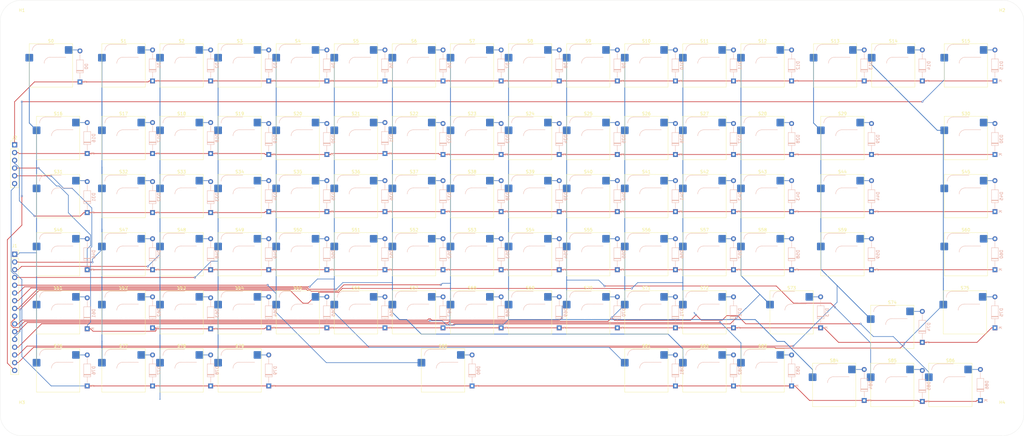
<source format=kicad_pcb>
(kicad_pcb (version 20240108) (generator "pcbnew") (generator_version "8.0")
  (title_block (title "Matrix Board 0") (date "2024-10-04") (rev "0") (company "Psycho Duck"))
  (layers (0 "F.Cu" signal) (31 "B.Cu" signal) (34 "B.Paste" user) (35 "F.Paste" user) (36 "B.SilkS" user "B.Silkscreen") (37 "F.SilkS" user "F.Silkscreen") (38 "B.Mask" user) (39 "F.Mask" user) (44 "Edge.Cuts" user))
  (net 0 "")
  (net 1 "/Row0")
  (net 2 "Net-(D1-A)")
  (net 3 "/Row1")
  (net 4 "Net-(D2-A)")
  (net 5 "Net-(D3-A)")
  (net 6 "/Row2")
  (net 7 "/Row3")
  (net 8 "Net-(D4-A)")
  (net 9 "/Row4")
  (net 10 "Net-(D5-A)")
  (net 11 "/Row5")
  (net 12 "Net-(D6-A)")
  (net 13 "Net-(D7-A)")
  (net 14 "Net-(D8-A)")
  (net 15 "Net-(D9-A)")
  (net 16 "Net-(D10-A)")
  (net 17 "Net-(D11-A)")
  (net 18 "Net-(D12-A)")
  (net 19 "Net-(D13-A)")
  (net 20 "Net-(D14-A)")
  (net 21 "Net-(D15-A)")
  (net 22 "Net-(D16-A)")
  (net 23 "Net-(D17-A)")
  (net 24 "Net-(D18-A)")
  (net 25 "Net-(D19-A)")
  (net 26 "Net-(D20-A)")
  (net 27 "Net-(D21-A)")
  (net 28 "Net-(D22-A)")
  (net 29 "Net-(D23-A)")
  (net 30 "Net-(D24-A)")
  (net 31 "Net-(D25-A)")
  (net 32 "Net-(D26-A)")
  (net 33 "Net-(D27-A)")
  (net 34 "Net-(D28-A)")
  (net 35 "Net-(D29-A)")
  (net 36 "Net-(D30-A)")
  (net 37 "Net-(D31-A)")
  (net 38 "Net-(D32-A)")
  (net 39 "Net-(D33-A)")
  (net 40 "Net-(D34-A)")
  (net 41 "Net-(D35-A)")
  (net 42 "Net-(D36-A)")
  (net 43 "Net-(D37-A)")
  (net 44 "Net-(D38-A)")
  (net 45 "Net-(D39-A)")
  (net 46 "Net-(D40-A)")
  (net 47 "Net-(D41-A)")
  (net 48 "Net-(D42-A)")
  (net 49 "Net-(D43-A)")
  (net 50 "Net-(D44-A)")
  (net 51 "Net-(D45-A)")
  (net 52 "Net-(D46-A)")
  (net 53 "Net-(D47-A)")
  (net 54 "Net-(D48-A)")
  (net 55 "Net-(D49-A)")
  (net 56 "Net-(D50-A)")
  (net 57 "Net-(D51-A)")
  (net 58 "Net-(D52-A)")
  (net 59 "Net-(D53-A)")
  (net 60 "Net-(D54-A)")
  (net 61 "Net-(D55-A)")
  (net 62 "Net-(D56-A)")
  (net 63 "Net-(D57-A)")
  (net 64 "Net-(D58-A)")
  (net 65 "Net-(D59-A)")
  (net 66 "Net-(D60-A)")
  (net 67 "Net-(D61-A)")
  (net 68 "Net-(D62-A)")
  (net 69 "Net-(D63-A)")
  (net 70 "Net-(D64-A)")
  (net 71 "Net-(D65-A)")
  (net 72 "Net-(D66-A)")
  (net 73 "Net-(D67-A)")
  (net 74 "Net-(D68-A)")
  (net 75 "Net-(D69-A)")
  (net 76 "Net-(D70-A)")
  (net 77 "Net-(D71-A)")
  (net 78 "Net-(D72-A)")
  (net 79 "Net-(D73-A)")
  (net 80 "Net-(D74-A)")
  (net 81 "Net-(D75-A)")
  (net 82 "Net-(D76-A)")
  (net 83 "Net-(D77-A)")
  (net 84 "Net-(D78-A)")
  (net 85 "Net-(D79-A)")
  (net 86 "Net-(D80-A)")
  (net 87 "Net-(D81-A)")
  (net 88 "Net-(D82-A)")
  (net 89 "Net-(D83-A)")
  (net 90 "Net-(D84-A)")
  (net 91 "Net-(D85-A)")
  (net 92 "Net-(D86-A)")
  (net 93 "/Col8")
  (net 94 "/Col14")
  (net 95 "/Col7")
  (net 96 "/Col9")
  (net 97 "/Col11")
  (net 98 "/Col6")
  (net 99 "/Col15")
  (net 100 "/Col13")
  (net 101 "/Col10")
  (net 102 "/Col1")
  (net 103 "/Col5")
  (net 104 "/Col4")
  (net 105 "/Col12")
  (net 106 "/Col0")
  (net 107 "/Col3")
  (net 108 "/Col2")
  (net 109 "Net-(D0-A)")
  (footprint "ScottoKeebs_Hotswap:Hotswap_MX_1.00u" (layer "F.Cu") (at 132.65625 119.22125)
    (property "Reference" "S66")
    (property "Value" "Keyswitch")
  )
  (footprint "ScottoKeebs_Hotswap:Hotswap_MX_1.00u" (layer "F.Cu") (at 151.70625 100.17125)
    (property "Reference" "S52")
    (property "Value" "Keyswitch")
  )
  (footprint "ScottoKeebs_Hotswap:Hotswap_MX_1.00u" (layer "F.Cu") (at 161.23125 138.27125)
    (property "Reference" "S80")
    (property "Value" "Keyswitch")
  )
  (footprint "MountingHole:MountingHole_3.2mm_M3_DIN965" (layer "F.Cu") (at 23.11875 23.97125)
    (property "Reference" "H1")
    (property "Value" "MountingHole")
  )
  (footprint "ScottoKeebs_Hotswap:Hotswap_MX_1.00u" (layer "F.Cu") (at 75.50625 38.25875)
    (property "Reference" "S2")
    (property "Value" "Keyswitch")
  )
  (footprint "ScottoKeebs_Hotswap:Hotswap_MX_1.00u" (layer "F.Cu") (at 56.45625 119.22125)
    (property "Reference" "S62")
    (property "Value" "Keyswitch")
  )
  (footprint "ScottoKeebs_Hotswap:Hotswap_MX_1.00u" (layer "F.Cu") (at 35.02495 119.22125)
    (property "Reference" "S61")
    (property "Value" "Keyswitch")
  )
  (footprint "ScottoKeebs_Hotswap:Hotswap_MX_1.00u" (layer "F.Cu") (at 289.50125 143.03375)
    (property "Reference" "S84")
    (property "Value" "Keyswitch")
  )
  (footprint "ScottoKeebs_Hotswap:Hotswap_MX_1.00u" (layer "F.Cu") (at 35.02495 100.17125)
    (property "Reference" "S46")
    (property "Value" "Keyswitch")
  )
  (footprint "ScottoKeebs_Hotswap:Hotswap_MX_1.00u" (layer "F.Cu") (at 332.68125 38.25875)
    (property "Reference" "S15")
    (property "Value" "Keyswitch")
  )
  (footprint "ScottoKeebs_Hotswap:Hotswap_MX_1.00u" (layer "F.Cu") (at 308.55125 143.03375)
    (property "Reference" "S85")
    (property "Value" "Keyswitch")
  )
  (footprint "ScottoKeebs_Hotswap:Hotswap_MX_1.00u" (layer "F.Cu") (at 246.95625 138.27125)
    (property "Reference" "S82")
    (property "Value" "Keyswitch")
  )
  (footprint "ScottoKeebs_Hotswap:Hotswap_MX_1.00u" (layer "F.Cu") (at 289.81875 38.25875)
    (property "Reference" "S13")
    (property "Value" "Keyswitch")
  )
  (footprint "ScottoKeebs_Hotswap:Hotswap_MX_1.00u" (layer "F.Cu") (at 35.02495 62.07125)
    (property "Reference" "S16")
    (property "Value" "Keyswitch")
  )
  (footprint "ScottoKeebs_Hotswap:Hotswap_MX_1.00u" (layer "F.Cu") (at 208.85625 119.22125)
    (property "Reference" "S70")
    (property "Value" "Keyswitch")
  )
  (footprint "MountingHole:MountingHole_3.2mm_M3_DIN965" (layer "F.Cu") (at 344.58745 23.97125)
    (property "Reference" "H2")
    (property "Value" "MountingHole")
  )
  (footprint "Connector_PinHeader_2.54mm:PinHeader_1x06_P2.54mm_Vertical" (layer "F.Cu") (at 20.73745 64.29375)
    (property "Reference" "J2")
    (property "Value" "Conn_01x06")
  )
  (footprint "ScottoKeebs_Hotswap:Hotswap_MX_1.00u" (layer "F.Cu") (at 227.90625 138.27125)
    (property "Reference" "S81")
    (property "Value" "Keyswitch")
  )
  (footprint "ScottoKeebs_Hotswap:Hotswap_MX_1.00u" (layer "F.Cu") (at 292.19995 81.12125)
    (property "Reference" "S44")
    (property "Value" "Keyswitch")
  )
  (footprint "ScottoKeebs_Hotswap:Hotswap_MX_1.00u" (layer "F.Cu") (at 35.02495 81.12125)
    (property "Reference" "S31")
    (property "Value" "Keyswitch")
  )
  (footprint "ScottoKeebs_Hotswap:Hotswap_MX_1.00u" (layer "F.Cu") (at 56.45625 38.25875)
    (property "Reference" "S1")
    (property "Value" "Keyswitch")
  )
  (footprint "ScottoKeebs_Hotswap:Hotswap_MX_1.00u" (layer "F.Cu") (at 151.70625 119.22125)
    (property "Reference" "S67")
    (property "Value" "Keyswitch")
  )
  (footprint "ScottoKeebs_Hotswap:Hotswap_MX_1.00u" (layer "F.Cu") (at 227.90625 62.07125)
    (property "Reference" "S26")
    (property "Value" "Keyswitch")
  )
  (footprint "ScottoKeebs_Hotswap:Hotswap_MX_1.00u" (layer "F.Cu") (at 292.19995 62.07125)
    (property "Reference" "S29")
    (property "Value" "Keyswitch")
  )
  (footprint "ScottoKeebs_Hotswap:Hotswap_MX_1.00u" (layer "F.Cu") (at 75.50625 138.27125)
    (property "Reference" "S78")
    (property "Value" "Keyswitch")
  )
  (footprint "ScottoKeebs_Hotswap:Hotswap_MX_1.00u" (layer "F.Cu") (at 308.86875 38.25875)
    (property "Reference" "S14")
    (property "Value" "Keyswitch")
  )
  (footprint "ScottoKeebs_Hotswap:Hotswap_MX_1.00u" (layer "F.Cu") (at 170.75625 81.12125)
    (property "Reference" "S38")
    (property "Value" "Keyswitch")
  )
  (footprint "ScottoKeebs_Hotswap:Hotswap_MX_1.00u" (layer "F.Cu") (at 208.85625 38.25875)
    (property "Reference" "S9")
    (property "Value" "Keyswitch")
  )
  (footprint "ScottoKeebs_Hotswap:Hotswap_MX_1.00u" (layer "F.Cu") (at 246.95625 119.22125)
    (property "Reference" "S72")
    (property "Value" "Keyswitch")
  )
  (footprint "ScottoKeebs_Hotswap:Hotswap_MX_1.00u" (layer "F.Cu") (at 56.45625 81.12125)
    (property "Reference" "S32")
    (property "Value" "Keyswitch")
  )
  (footprint "ScottoKeebs_Hotswap:Hotswap_MX_1.00u" (layer "F.Cu") (at 170.75625 100.17125)
    (property "Reference" "S53")
    (property "Value" "Keyswitch")
  )
  (footprint "ScottoKeebs_Hotswap:Hotswap_MX_1.00u" (layer "F.Cu") (at 275.53125 119.22125)
    (property "Reference" "S73")
    (property "Value" "Keyswitch")
  )
  (footprint "ScottoKeebs_Hotswap:Hotswap_MX_1.00u" (layer "F.Cu") (at 292.19995 100.17125)
    (property "Reference" "S59")
    (property "Value" "Keyswitch")
  )
  (footprint "ScottoKeebs_Hotswap:Hotswap_MX_1.00u" (layer "F.Cu") (at 113.60625 38.25875)
    (property "Reference" "S4")
    (property "Value" "Keyswitch")
  )
  (footprint "ScottoKeebs_Hotswap:Hotswap_MX_1.00u" (layer "F.Cu") (at 132.65625 38.25875)
    (property "Reference" "S5")
    (property "Value" "Keyswitch")
  )
  (footprint "ScottoKeebs_Hotswap:Hotswap_MX_1.00u" (layer "F.Cu") (at 94.55625 100.17125)
    (property "Reference" "S49")
    (property "Value" "Keyswitch")
  )
  (footprint "ScottoKeebs_Hotswap:Hotswap_MX_1.00u" (layer "F.Cu") (at 132.65625 100.17125)
    (property "Reference" "S51")
    (property "Value" "Keyswitch")
  )
  (footprint "ScottoKeebs_Hotswap:Hotswap_MX_1.00u" (layer "F.Cu") (at 208.85625 62.07125)
    (property "Reference" "S25")
    (property "Value" "Keyswitch")
  )
  (footprint "ScottoKeebs_Hotswap:Hotswap_MX_1.00u" (layer "F.Cu") (at 132.65625 62.07125)
    (property "Reference" "S21")
    (property "Value" "Keyswitch")
  )
  (footprint "ScottoKeebs_Hotswap:Hotswap_MX_1.00u" (layer "F.Cu") (at 113.60625 100.17125)
    (property "Reference" "S50")
    (property "Value" "Keyswitch")
  )
  (footprint "ScottoKeebs_Hotswap:Hotswap_MX_1.00u" (layer "F.Cu") (at 75.50625 62.07125)
    (property "Reference" "S18")
    (property "Value" "Keyswitch")
  )
  (footprint "ScottoKeebs_Hotswap:Hotswap_MX_1.00u" (layer "F.Cu") (at 170.75625 38.25875)
    (property "Reference" "S7")
    (property "Value" "Keyswitch")
  )
  (footprint "ScottoKeebs_Hotswap:Hotswap_MX_1.00u" (layer "F.Cu") (at 246.95625 62.07125)
    (property "Reference" "S27")
    (property "Value" "Keyswitch")
  )
  (footprint "ScottoKeebs_Hotswap:Hotswap_MX_1.00u" (layer "F.Cu") (at 94.55625 119.22125)
    (property "Reference" "S64")
    (property "Value" "Keyswitch")
  )
  (footprint "ScottoKeebs_Hotswap:Hotswap_MX_1.00u" (layer "F.Cu") (at 75.50625 81.12125)
    (property "Reference" "S33")
    (property "Value" "Keyswitch")
  )
  (footprint "ScottoKeebs_Hotswap:Hotswap_MX_1.00u" (layer "F.Cu") (at 266.00625 62.07125)
    (property "Reference" "S28")
    (property "Value" "Keyswitch")
  )
  (footprint "ScottoKeebs_Hotswap:Hotswap_MX_1.00u" (layer "F.Cu") (at 208.85625 81.12125)
    (property "Reference" "S40")
    (property "Value" "Keyswitch")
  )
  (footprint "ScottoKeebs_Hotswap:Hotswap_MX_1.00u" (layer "F.Cu") (at 151.70625 38.25875)
    (property "Reference" "S6")
    (property "Value" "Keyswitch")
  )
  (footprint "ScottoKeebs_Hotswap:Hotswap_MX_1.00u" (layer "F.Cu") (at 94.55625 138.27125)
    (property "Reference" "S79")
    (property "Value" "Keyswitch")
  )
  (footprint "ScottoKeebs_Hotswap:Hotswap_MX_1.00u" (layer "F.Cu") (at 113.60625 119.22125)
    (property "Reference" "S65")
    (property "Value" "Keyswitch")
  )
  (footprint "MountingHole:MountingHole_3.2mm_M3_DIN965" (layer "F.Cu") (at 23.11875 152.55875)
    (property "Reference" "H3")
    (property "Value" "MountingHole")
  )
  (footprint "ScottoKeebs_Hotswap:Hotswap_MX_1.00u" (layer "F.Cu") (at 246.95625 100.17125)
    (property "Reference" "S57")
    (property "Value" "Keyswitch")
  )
  (footprint "ScottoKeebs_Hotswap:Hotswap_MX_1.00u" (layer "F.Cu") (at 56.45625 138.27125)
    (property "Reference" "S77")
    (property "Value" "Keyswitch")
  )
  (footprint "ScottoKeebs_Hotswap:Hotswap_MX_1.00u" (layer "F.Cu") (at 327.60125 143.03375)
    (property "Reference" "S86")
    (property "Value" "Keyswitch")
  )
  (footprint "ScottoKeebs_Hotswap:Hotswap_MX_1.00u" (layer "F.Cu") (at 56.45625 62.07125)
    (property "Reference" "S17")
    (property "Value" "Keyswitch")
  )
  (footprint "ScottoKeebs_Hotswap:Hotswap_MX_1.00u" (layer "F.Cu") (at 332.68125 62.07125)
    (property "Reference" "S30")
    (property "Value" "Keyswitch")
  )
  (footprint "ScottoKeebs_Hotswap:Hotswap_MX_1.00u" (layer "F.Cu") (at 113.60625 81.12125)
    (property "Reference" "S35")
    (property "Value" "Keyswitch")
  )
  (footprint "ScottoKeebs_Hotswap:Hotswap_MX_1.00u" (layer "F.Cu") (at 189.80625 119.22125)
    (property "Reference" "S69")
    (property "Value" "Keyswitch")
  )
  (footprint "ScottoKeebs_Hotswap:Hotswap_MX_1.00u" (layer "F.Cu") (at 151.70625 81.12125)
    (property "Reference" "S37")
    (property "Value" "Keyswitch")
  )
  (footprint "ScottoKeebs_Hotswap:Hotswap_MX_1.00u" (layer "F.Cu") (at 94.55625 38.25875)
    (property "Reference" "S3")
    (property "Value" "Keyswitch")
  )
  (footprint "ScottoKeebs_Hotswap:Hotswap_MX_1.00u" (layer "F.Cu") (at 132.65625 81.12125)
    (property "Reference" "S36")
    (property "Value" "Keyswitch")
  )
  (footprint "ScottoKeebs_Hotswap:Hotswap_MX_1.00u" (layer "F.Cu") (at 170.75625 119.22125)
    (property "Reference" "S68")
    (property "Value" "Keyswitch")
  )
  (footprint "ScottoKeebs_Hotswap:Hotswap_MX_1.00u" (layer "F.Cu") (at 189.80625 62.07125)
    (property "Reference" "S24")
    (property "Value" "Keyswitch")
  )
  (footprint "ScottoKeebs_Hotswap:Hotswap_MX_1.00u" (layer "F.Cu") (at 266.00625 100.17125)
    (property "Reference" "S58")
    (property "Value" "Keyswitch")
  )
  (footprint "ScottoKeebs_Hotswap:Hotswap_MX_1.00u" (layer "F.Cu") (at 75.50625 119.22125)
    (property "Reference" "S63")
    (property "Value" "Keyswitch")
  )
  (footprint "ScottoKeebs_Hotswap:Hotswap_MX_1.00u" (layer "F.Cu") (at 246.95625 81.12125)
    (property "Reference" "S42")
    (property "Value" "Keyswitch")
  )
  (footprint "ScottoKeebs_Hotswap:Hotswap_MX_1.00u" (layer "F.Cu") (at 189.80625 100.17125)
    (property "Reference" "S54")
    (property "Value" "Keyswitch")
  )
  (footprint "ScottoKeebs_Hotswap:Hotswap_MX_1.00u" (layer "F.Cu") (at 75.50625 100.17125)
    (property "Reference" "S48")
    (property "Value" "Keyswitch")
  )
  (footprint "ScottoKeebs_Hotswap:Hotswap_MX_1.00u" (layer "F.Cu") (at 94.55625 81.12125)
    (property "Reference" "S34")
    (property "Value" "Keyswitch")
  )
  (footprint "ScottoKeebs_Hotswap:Hotswap_MX_1.00u" (layer "F.Cu") (at 332.68125 100.17125)
    (property "Reference" "S60")
    (property "Value" "Keyswitch")
  )
  (footprint "ScottoKeebs_Hotswap:Hotswap_MX_1.00u" (layer "F.Cu") (at 227.90625 100.17125)
    (property "Reference" "S56")
    (property "Value" "Keyswitch")
  )
  (footprint "ScottoKeebs_Hotswap:Hotswap_MX_1.00u" (layer "F.Cu") (at 32.64375 38.25875)
    (property "Reference" "S0")
    (property "Value" "Keyswitch")
  )
  (footprint "ScottoKeebs_Hotswap:Hotswap_MX_1.00u" (layer "F.Cu") (at 170.75625 62.07125)
    (property "Reference" "S23")
    (property "Value" "Keyswitch")
  )
  (footprint "ScottoKeebs_Hotswap:Hotswap_MX_1.00u" (layer "F.Cu") (at 227.90625 38.25875)
    (property "Reference" "S10")
    (property "Value" "Keyswitch")
  )
  (footprint "ScottoKeebs_Hotswap:Hotswap_MX_1.00u" (layer "F.Cu") (at 246.95625 38.25875)
    (property "Reference" "S11")
    (property "Value" "Keyswitch")
  )
  (footprint "ScottoKeebs_Hotswap:Hotswap_MX_1.00u" (layer "F.Cu") (at 189.80625 38.25875)
    (property "Reference" "S8")
    (property "Value" "Keyswitch")
  )
  (footprint "MountingHole:MountingHole_3.2mm_M3_DIN965" (layer "F.Cu") (at 344.58745 152.55875)
    (property "Reference" "H4")
    (property "Value" "MountingHole")
  )
  (footprint "ScottoKeebs_Hotswap:Hotswap_MX_1.00u" (layer "F.Cu") (at 94.55625 62.07125)
    (property "Reference" "S19")
    (property "Value" "Keyswitch")
  )
  (footprint "ScottoKeebs_Hotswap:Hotswap_MX_1.00u" (layer "F.Cu") (at 208.85625 100.17125)
    (property "Reference" "S55")
    (property "Value" "Keyswitch")
  )
  (footprint "ScottoKeebs_Hotswap:Hotswap_MX_1.00u" (layer "F.Cu") (at 266.00625 81.12125)
    (property "Reference" "S43")
    (property "Value" "Keyswitch")
  )
  (footprint "ScottoKeebs_Hotswap:Hotswap_MX_1.00u" (layer "F.Cu") (at 227.90625 119.22125)
    (property "Reference" "S71")
    (property "Value" "Keyswitch")
  )
  (footprint "ScottoKeebs_Hotswap:Hotswap_MX_1.00u" (layer "F.Cu") (at 151.70625 62.07125)
    (property "Reference" "S22")
    (property "Value" "Keyswitch")
  )
  (footprint "ScottoKeebs_Hotswap:Hotswap_MX_1.00u" (layer "F.Cu") (at 266.00625 38.25875)
    (property "Reference" "S12")
    (property "Value" "Keyswitch")
  )
  (footprint "ScottoKeebs_Hotswap:Hotswap_MX_1.00u" (layer "F.Cu") (at 113.60625 62.07125)
    (property "Reference" "S20")
    (property "Value" "Keyswitch")
  )
  (footprint "ScottoKeebs_Hotswap:Hotswap_MX_1.00u" (layer "F.Cu") (at 189.80625 81.12125)
    (property "Reference" "S39")
    (property "Value" "Keyswitch")
  )
  (footprint "ScottoKeebs_Hotswap:Hotswap_MX_1.00u" (layer "F.Cu") (at 56.45625 100.17125)
    (property "Reference" "S47")
    (property "Value" "Keyswitch")
  )
  (footprint "ScottoKeebs_Hotswap:Hotswap_MX_1.00u" (layer "F.Cu") (at 227.90625 81.12125)
    (property "Reference" "S41")
    (property "Value" "Keyswitch")
  )
  (footprint "ScottoKeebs_Hotswap:Hotswap_MX_1.00u" (layer "F.Cu") (at 308.55125 123.98375)
    (property "Reference" "S74")
    (property "Value" "Keyswitch")
  )
  (footprint "Connector_PinSocket_2.54mm:PinSocket_1x16_P2.54mm_Vertical" (layer "F.Cu") (at 20.76245 100.17125)
    (property "Reference" "J1")
    (property "Value" "Conn_01x16")
  )
  (footprint "ScottoKeebs_Hotswap:Hotswap_MX_1.00u" (layer "F.Cu") (at 332.68125 81.12125)
    (property "Reference" "S45")
    (property "Value" "Keyswitch")
  )
  (footprint "ScottoKeebs_Hotswap:Hotswap_MX_1.00u" (layer "F.Cu") (at 266.00625 138.27125)
    (property "Reference" "S83")
    (property "Value" "Keyswitch")
  )
  (footprint "ScottoKeebs_Hotswap:Hotswap_MX_1.00u" (layer "F.Cu") (at 35.02495 138.27125)
    (property "Reference" "S76")
    (property "Value" "Keyswitch")
  )
  (footprint "ScottoKeebs_Hotswap:Hotswap_MX_1.00u" (layer "F.Cu") (at 332.36375 119.22125)
    (property "Reference" "S75")
    (property "Value" "Keyswitch")
  )
  (footprint "Diode_THT:D_DO-35_SOD27_P10.16mm_Horizontal" (layer "B.Cu") (at 180.28125 43.33875 90)
    (property "Reference" "D7")
    (property "Value" "Diode")
  )
  (footprint "Diode_THT:D_DO-35_SOD27_P10.16mm_Horizontal" (layer "B.Cu") (at 44.54995 124.61875 90)
    (property "Reference" "D61")
    (property "Value" "Diode")
  )
  (footprint "Diode_THT:D_DO-35_SOD27_P10.16mm_Horizontal" (layer "B.Cu") (at 123.13125 105.25125 90)
    (property "Reference" "D50")
    (property "Value" "Diode")
  )
  (footprint "Diode_THT:D_DO-35_SOD27_P10.16mm_Horizontal" (layer "B.Cu") (at 65.98125 143.35125 90)
    (property "Reference" "D77")
    (property "Value" "Diode")
  )
  (footprint "Diode_THT:D_DO-35_SOD27_P10.16mm_Horizontal" (layer "B.Cu") (at 275.53125 143.35125 90)
    (property "Reference" "D83")
    (property "Value" "Diode")
  )
  (footprint "Diode_THT:D_DO-35_SOD27_P10.16mm_Horizontal" (layer "B.Cu") (at 161.23125 86.20125 90)
    (property "Reference" "D37")
    (property "Value" "Diode")
  )
  (footprint "Diode_THT:D_DO-35_SOD27_P10.16mm_Horizontal" (layer "B.Cu") (at 275.53125 43.33875 90)
    (property "Reference" "D12")
    (property "Value" "Diode")
  )
  (footprint "Diode_THT:D_DO-35_SOD27_P10.16mm_Horizontal" (layer "B.Cu") (at 256.48125 43.33875 90)
    (property "Reference" "D11")
    (property "Value" "Diode")
  )
  (footprint "Diode_THT:D_DO-35_SOD27_P10.16mm_Horizontal" (layer "B.Cu") (at 256.48125 124.30125 90)
    (property "Reference" "D72")
    (property "Value" "Diode")
  )
  (footprint "Diode_THT:D_DO-35_SOD27_P10.16mm_Horizontal" (layer "B.Cu") (at 256.48125 67.46875 90)
    (property "Reference" "D27")
    (property "Value" "Diode")
  )
  (footprint "Diode_THT:D_DO-35_SOD27_P10.16mm_Horizontal" (layer "B.Cu") (at 218.38125 43.33875 90)
    (property "Reference" "D9")
    (property "Value" "Diode")
  )
  (footprint "Diode_THT:D_DO-35_SOD27_P10.16mm_Horizontal" (layer "B.Cu") (at 42.16875 43.65625 90)
    (property "Reference" "D0")
    (property "Value" "Diode")
  )
  (footprint "Diode_THT:D_DO-35_SOD27_P10.16mm_Horizontal" (layer "B.Cu") (at 142.18125 43.33875 90)
    (property "Reference" "D5")
    (property "Value" "Diode")
  )
  (footprint "Diode_THT:D_DO-35_SOD27_P10.16mm_Horizontal" (layer "B.Cu") (at 170.75625 143.35125 90)
    (property "Reference" "D80")
    (property "Value" "Diode")
  )
  (footprint "Diode_THT:D_DO-35_SOD27_P10.16mm_Horizontal" (layer "B.Cu") (at 299.34375 43.33875 90)
    (property "Reference" "D13")
    (property "Value" "Diode")
  )
  (footprint "Diode_THT:D_DO-35_SOD27_P10.16mm_Horizontal" (layer "B.Cu") (at 318.39375 129.06375 90)
    (property "Reference" "D74")
    (property "Value" "Diode")
  )
  (footprint "Diode_THT:D_DO-35_SOD27_P10.16mm_Horizontal" (layer "B.Cu") (at 123.13125 86.20125 90)
    (property "Reference" "D35")
    (property "Value" "Diode")
  )
  (footprint "Diode_THT:D_DO-35_SOD27_P10.16mm_Horizontal" (layer "B.Cu") (at 142.18125 105.25125 90)
    (property "Reference" "D51")
    (property "Value" "Diode")
  )
  (footprint "Diode_THT:D_DO-35_SOD27_P10.16mm_Horizontal" (layer "B.Cu") (at 104.08125 67.46875 90)
    (property "Reference" "D19")
    (property "Value" "Diode")
  )
  (footprint "Diode_THT:D_DO-35_SOD27_P10.16mm_Horizontal" (layer "B.Cu") (at 275.53125 86.20125 90)
    (property "Reference" "D43")
    (property "Value" "Diode")
  )
  (footprint "Diode_THT:D_DO-35_SOD27_P10.16mm_Horizontal" (layer "B.Cu") (at 104.08125 143.35125 90)
    (property "Reference" "D79")
    (property "Value" "Diode")
  )
  (footprint "Diode_THT:D_DO-35_SOD27_P10.16mm_Horizontal" (layer "B.Cu") (at 301.72495 86.20125 90)
    (property "Reference" "D44")
    (property "Value" "Diode")
  )
  (footprint "Diode_THT:D_DO-35_SOD27_P10.16mm_Horizontal" (layer "B.Cu") (at 65.98125 86.51875 90)
    (property "Reference" "D32")
    (property "Value" "Diode")
  )
  (footprint "Diode_THT:D_DO-35_SOD27_P10.16mm_Horizontal" (layer "B.Cu") (at 301.72495 105.25125 90)
    (property "Reference" "D59")
    (property "Value" "Diode")
  )
  (footprint "Diode_THT:D_DO-35_SOD27_P10.16mm_Horizontal" (layer "B.Cu") (at 237.43125 143.35125 90)
    (property "Reference" "D81")
    (property "Value" "Diode")
  )
  (footprint "Diode_THT:D_DO-35_SOD27_P10.16mm_Horizontal" (layer "B.Cu") (at 342.20625 105.25125 90)
    (property "Reference" "D60")
    (property "Value" "Diode")
  )
  (footprint "Diode_THT:D_DO-35_SOD27_P10.16mm_Horizontal" (layer "B.Cu") (at 65.98125 105.25125 90)
    (property "Reference" "D47")
    (property "Value" "Diode")
  )
  (footprint "Diode_THT:D_DO-35_SOD27_P10.16mm_Horizontal" (layer "B.Cu") (at 180.28125 67.46875 90)
    (property "Reference" "D23")
    (property "Value" "Diode")
  )
  (footprint "Diode_THT:D_DO-35_SOD27_P10.16mm_Horizontal" (layer "B.Cu") (at 285.05625 124.30125 90)
    (property "Reference" "D73")
    (property "Value" "Diode")
  )
  (footprint "Diode_THT:D_DO-35_SOD27_P10.16mm_Horizontal" (layer "B.Cu") (at 337.44375 148.11375 90)
    (property "Reference" "D86")
    (property "Value" "Diode")
  )
  (footprint "Diode_THT:D_DO-35_SOD27_P10.16mm_Horizontal" (layer "B.Cu") (at 180.28125 86.20125 90)
    (property "Reference" "D38")
    (property "Value" "Diode")
  )
  (footprint "Diode_THT:D_DO-35_SOD27_P10.16mm_Horizontal" (layer "B.Cu") (at 199.33125 43.33875 90)
    (property "Reference" "D8")
    (property "Value" "Diode")
  )
  (footprint "Diode_THT:D_DO-35_SOD27_P10.16mm_Horizontal" (layer "B.Cu") (at 180.28125 124.30125 90)
    (property "Reference" "D68")
    (property "Value" "Diode")
  )
  (footprint "Diode_THT:D_DO-35_SOD27_P10.16mm_Horizontal" (layer "B.Cu") (at 180.28125 105.25125 90)
    (property "Reference" "D53")
    (property "Value" "Diode")
  )
  (footprint "Diode_THT:D_DO-35_SOD27_P10.16mm_Horizontal" (layer "B.Cu") (at 85.03125 143.35125 90)
    (property "Reference" "D78")
    (property "Value" "Diode")
  )
  (footprint "Diode_THT:D_DO-35_SOD27_P10.16mm_Horizontal" (layer "B.Cu") (at 342.20625 124.30125 90)
    (property "Reference" "D75")
    (property "Value" "Diode")
  )
  (footprint "Diode_THT:D_DO-35_SOD27_P10.16mm_Horizontal" (layer "B.Cu") (at 199.33125 105.25125 90)
    (property "Reference" "D54")
    (property "Value" "Diode")
  )
  (footprint "Diode_THT:D_DO-35_SOD27_P10.16mm_Horizontal" (layer "B.Cu") (at 142.18125 67.15125 90)
    (property "Reference" "D21")
    (property "Value" "Diode")
  )
  (footprint "Diode_THT:D_DO-35_SOD27_P10.16mm_Horizontal" (layer "B.Cu") (at 123.13125 43.33875 90)
    (property "Reference" "D4")
    (property "Value" "Diode")
  )
  (footprint "Diode_THT:D_DO-35_SOD27_P10.16mm_Horizontal" (layer "B.Cu") (at 65.98125 124.30125 90)
    (property "Reference" "D62")
    (property "Value" "Diode")
  )
  (footprint "Diode_THT:D_DO-35_SOD27_P10.16mm_Horizontal" (layer "B.Cu") (at 275.53125 105.25125 90)
    (property "Reference" "D58")
    (property "Value" "Diode")
  )
  (footprint "Diode_THT:D_DO-35_SOD27_P10.16mm_Horizontal" (layer "B.Cu") (at 237.43125 124.30125 90)
    (property "Reference" "D71")
    (property "Value" "Diode")
  )
  (footprint "Diode_THT:D_DO-35_SOD27_P10.16mm_Horizontal" (layer "B.Cu") (at 104.08125 105.25125 90)
    (property "Reference" "D49")
    (property "Value" "Diode")
  )
  (footprint "Diode_THT:D_DO-35_SOD27_P10.16mm_Horizontal" (layer "B.Cu") (at 161.23125 43.33875 90)
    (property "Reference" "D6")
    (property "Value" "Diode")
  )
  (footprint "Diode_THT:D_DO-35_SOD27_P10.16mm_Horizontal" (layer "B.Cu") (at 161.23125 67.46875 90)
    (property "Reference" "D22")
    (property "Value" "Diode")
  )
  (footprint "Diode_THT:D_DO-35_SOD27_P10.16mm_Horizontal" (layer "B.Cu") (at 218.38125 105.25125 90)
    (property "Reference" "D55")
    (property "Value" "Diode")
  )
  (footprint "Diode_THT:D_DO-35_SOD27_P10.16mm_Horizontal" (layer "B.Cu") (at 104.08125 86.20125 90)
    (property "Reference" "D34")
    (property "Value" "Diode")
  )
  (footprint "Diode_THT:D_DO-35_SOD27_P10.16mm_Horizontal" (layer "B.Cu") (at 218.38125 67.46875 90)
    (property "Reference" "D25")
    (property "Value" "Diode")
  )
  (footprint "Diode_THT:D_DO-35_SOD27_P10.16mm_Horizontal" (layer "B.Cu") (at 342.20625 43.33875 90)
    (property "Reference" "D15")
    (property "Value" "Diode")
  )
  (footprint "Diode_THT:D_DO-35_SOD27_P10.16mm_Horizontal" (layer "B.Cu") (at 218.38125 86.20125 90)
    (property "Reference" "D40")
    (property "Value" "Diode")
  )
  (footprint "Diode_THT:D_DO-35_SOD27_P10.16mm_Horizontal" (layer "B.Cu") (at 85.03125 124.61875 90)
    (property "Reference" "D63")
    (property "Value" "Diode")
  )
  (footprint "Diode_THT:D_DO-35_SOD27_P10.16mm_Horizontal" (layer "B.Cu") (at 237.43125 86.20125 90)
    (property "Reference" "D41")
    (property "Value" "Diode")
  )
  (footprint "Diode_THT:D_DO-35_SOD27_P10.16mm_Horizontal" (layer "B.Cu") (at 256.48125 105.25125 90)
    (property "Reference" "D57")
    (property "Value" "Diode")
  )
  (footprint "Diode_THT:D_DO-35_SOD27_P10.16mm_Horizontal" (layer "B.Cu") (at 342.20625 86.20125 90)
    (property "Reference" "D45")
    (property "Value" "Diode")
  )
  (footprint "Diode_THT:D_DO-35_SOD27_P10.16mm_Horizontal" (layer "B.Cu") (at 237.43125 67.46875 90)
    (property "Reference" "D26")
    (property "Value" "Diode")
  )
  (footprint "Diode_THT:D_DO-35_SOD27_P10.16mm_Horizontal" (layer "B.Cu") (at 199.33125 67.46875 90)
    (property "Reference" "D24")
    (property "Value" "Diode")
  )
  (footprint "Diode_THT:D_DO-35_SOD27_P10.16mm_Horizontal" (layer "B.Cu") (at 44.54995 143.35125 90)
    (property "Reference" "D76")
    (property "Value" "Diode")
  )
  (footprint "Diode_THT:D_DO-35_SOD27_P10.16mm_Horizontal" (layer "B.Cu") (at 318.39375 148.43125 90)
    (property "Reference" "D85")
    (property "Value" "Diode")
  )
  (footprint "Diode_THT:D_DO-35_SOD27_P10.16mm_Horizontal" (layer "B.Cu") (at 44.54995 105.25125 90)
    (property "Reference" "D46")
    (property "Value" "Diode")
  )
  (footprint "Diode_THT:D_DO-35_SOD27_P10.16mm_Horizontal" (layer "B.Cu") (at 256.48125 86.20125 90)
    (property "Reference" "D42")
    (property "Value" "Diode")
  )
  (footprint "Diode_THT:D_DO-35_SOD27_P10.16mm_Horizontal" (layer "B.Cu") (at 85.03125 86.51875 90)
    (property "Reference" "D33")
    (property "Value" "Diode")
  )
  (footprint "Diode_THT:D_DO-35_SOD27_P10.16mm_Horizontal" (layer "B.Cu") (at 161.23125 105.25125 90)
    (property "Reference" "D52")
    (property "Value" "Diode")
  )
  (footprint "Diode_THT:D_DO-35_SOD27_P10.16mm_Horizontal" (layer "B.Cu") (at 142.18125 86.20125 90)
    (property "Reference" "D36")
    (property "Value" "Diode")
  )
  (footprint "Diode_THT:D_DO-35_SOD27_P10.16mm_Horizontal" (layer "B.Cu") (at 85.03125 67.15125 90)
    (property "Reference" "D18")
    (property "Value" "Diode")
  )
  (footprint "Diode_THT:D_DO-35_SOD27_P10.16mm_Horizontal" (layer "B.Cu") (at 299.34375 148.11375 90)
    (property "Reference" "D84")
    (property "Value" "Diode")
  )
  (footprint "Diode_THT:D_DO-35_SOD27_P10.16mm_Horizontal" (layer "B.Cu") (at 301.72495 67.46875 90)
    (property "Reference" "D29")
    (property "Value" "Diode")
  )
  (footprint "Diode_THT:D_DO-35_SOD27_P10.16mm_Horizontal" (layer "B.Cu") (at 104.08125 124.30125 90)
    (property "Reference" "D64")
    (property "Value" "Diode")
  )
  (footprint "Diode_THT:D_DO-35_SOD27_P10.16mm_Horizontal" (layer "B.Cu") (at 44.54995 67.15125 90)
    (property "Reference" "D16")
    (property "Value" "Diode")
  )
  (footprint "Diode_THT:D_DO-35_SOD27_P10.16mm_Horizontal" (layer "B.Cu") (at 65.98125 43.33875 90)
    (property "Reference" "D1")
    (property "Value" "Diode")
  )
  (footprint "Diode_THT:D_DO-35_SOD27_P10.16mm_Horizontal" (layer "B.Cu") (at 199.33125 86.20125 90)
    (property "Reference" "D39")
    (property "Value" "Diode")
  )
  (footprint "Diode_THT:D_DO-35_SOD27_P10.16mm_Horizontal" (layer "B.Cu") (at 318.39375 43.33875 90)
    (property "Reference" "D14")
    (property "Value" "Diode")
  )
  (footprint "Diode_THT:D_DO-35_SOD27_P10.16mm_Horizontal" (layer "B.Cu") (at 218.38125 124.30125 90)
    (property "Reference" "D70")
    (property "Value" "Diode")
  )
  (footprint "Diode_THT:D_DO-35_SOD27_P10.16mm_Horizontal" (layer "B.Cu") (at 275.53125 67.46875 90)
    (property "Reference" "D28")
    (property "Value" "Diode")
  )
  (footprint "Diode_THT:D_DO-35_SOD27_P10.16mm_Horizontal" (layer "B.Cu") (at 256.48125 143.35125 90)
    (property "Reference" "D82")
    (property "Value" "Diode")
  )
  (footprint "Diode_THT:D_DO-35_SOD27_P10.16mm_Horizontal" (layer "B.Cu") (at 142.18125 124.30125 90)
    (property "Reference" "D66")
    (property "Value" "Diode")
  )
  (footprint "Diode_THT:D_DO-35_SOD27_P10.16mm_Horizontal" (layer "B.Cu") (at 237.43125 105.25125 90)
    (property "Reference" "D56")
    (property "Value" "Diode")
  )
  (footprint "Diode_THT:D_DO-35_SOD27_P10.16mm_Horizontal" (layer "B.Cu") (at 85.03125 105.25125 90)
    (property "Reference" "D48")
    (property "Value" "Diode")
  )
  (footprint "Diode_THT:D_DO-35_SOD27_P10.16mm_Horizontal" (layer "B.Cu") (at 161.23125 124.30125 90)
    (property "Reference" "D67")
    (property "Value" "Diode")
  )
  (footprint "Diode_THT:D_DO-35_SOD27_P10.16mm_Horizontal" (layer "B.Cu") (at 44.54995 86.51875 90)
    (property "Reference" "D31")
    (property "Value" "Diode")
  )
  (footprint "Diode_THT:D_DO-35_SOD27_P10.16mm_Horizontal" (layer "B.Cu") (at 85.03125 43.33875 90)
    (property "Reference" "D2")
    (property "Value" "Diode")
  )
  (footprint "Diode_THT:D_DO-35_SOD27_P10.16mm_Horizontal" (layer "B.Cu") (at 123.13125 67.46875 90)
    (property "Reference" "D20")
    (property "Value" "Diode")
  )
  (footprint "Diode_THT:D_DO-35_SOD27_P10.16mm_Horizontal" (layer "B.Cu") (at 123.13125 124.30125 90)
    (property "Reference" "D65")
    (property "Value" "Diode")
  )
  (footprint "Diode_THT:D_DO-35_SOD27_P10.16mm_Horizontal" (layer "B.Cu") (at 199.33125 124.30125 90)
    (property "Reference" "D69")
    (property "Value" "Diode")
  )
  (footprint "Diode_THT:D_DO-35_SOD27_P10.16mm_Horizontal" (layer "B.Cu") (at 342.20625 67.46875 90)
    (property "Reference" "D30")
    (property "Value" "Diode")
  )
  (footprint "Diode_THT:D_DO-35_SOD27_P10.16mm_Horizontal" (layer "B.Cu") (at 65.98125 67.15125 90)
    (property "Reference" "D17")
    (property "Value" "Diode")
  )
  (footprint "Diode_THT:D_DO-35_SOD27_P10.16mm_Horizontal" (layer "B.Cu") (at 104.08125 43.33875 90)
    (property "Reference" "D3")
    (property "Value" "Diode")
  )
  (footprint "Diode_THT:D_DO-35_SOD27_P10.16mm_Horizontal" (layer "B.Cu") (at 237.43125 43.33875 90)
    (property "Reference" "D10")
    (property "Value" "Diode")
  )
  (gr_line (start 23.1187 16.82755) (end 344.58745 16.82755) (stroke (width 0.05)) (layer "Edge.Cuts"))
  (gr_arc (start 23.1187 159.7025) (mid 18.067306 157.610144) (end 15.97495 152.55875) (stroke (width 0.05)) (layer "Edge.Cuts"))
  (gr_arc (start 344.58745 16.82755) (mid 349.638844 18.919906) (end 351.7312 23.9713) (stroke (width 0.05)) (layer "Edge.Cuts"))
  (gr_line (start 15.97495 23.9713) (end 15.97495 152.55875) (stroke (width 0.05)) (layer "Edge.Cuts"))
  (gr_arc (start 15.97495 23.9713) (mid 18.067306 18.919906) (end 23.1187 16.82755) (stroke (width 0.05)) (layer "Edge.Cuts"))
  (gr_arc (start 351.7312 152.55875) (mid 349.638844 157.610144) (end 344.58745 159.7025) (stroke (width 0.05)) (layer "Edge.Cuts"))
  (gr_line (start 23.1187 159.7025) (end 344.58745 159.7025) (stroke (width 0.05)) (layer "Edge.Cuts"))
  (gr_line (start 351.7312 23.9713) (end 351.7312 152.55875) (stroke (width 0.05)) (layer "Edge.Cuts"))
  (segment (start 64.56205 43.65625) (end 64.87955 43.33875) (width 0.2) (layer "F.Cu") (net 1))
  (segment (start 104.08125 43.33875) (end 123.13125 43.33875) (width 0.2) (layer "F.Cu") (net 1))
  (segment (start 65.98125 43.33875) (end 64.87955 43.33875) (width 0.2) (layer "F.Cu") (net 1))
  (segment (start 237.43125 43.33875) (end 256.48125 43.33875) (width 0.2) (layer "F.Cu") (net 1))
  (segment (start 27.2462 43.65625) (end 20.73745 50.165) (width 0.2) (layer "F.Cu") (net 1))
  (segment (start 161.23125 43.33875) (end 180.28125 43.33875) (width 0.2) (layer "F.Cu") (net 1))
  (segment (start 318.39375 43.33875) (end 299.34375 43.33875) (width 0.2) (layer "F.Cu") (net 1))
  (segment (start 85.03125 43.33875) (end 104.08125 43.33875) (width 0.2) (layer "F.Cu") (net 1))
  (segment (start 123.13125 43.33875) (end 142.18125 43.33875) (width 0.2) (layer "F.Cu") (net 1))
  (segment (start 142.18125 43.33875) (end 161.23125 43.33875) (width 0.2) (layer "F.Cu") (net 1))
  (segment (start 218.38125 43.33875) (end 199.33125 43.33875) (width 0.2) (layer "F.Cu") (net 1))
  (segment (start 256.48125 43.33875) (end 275.53125 43.33875) (width 0.2) (layer "F.Cu") (net 1))
  (segment (start 342.20625 43.33875) (end 318.39375 43.33875) (width 0.2) (layer "F.Cu") (net 1))
  (segment (start 218.38125 43.33875) (end 237.43125 43.33875) (width 0.2) (layer "F.Cu") (net 1))
  (segment (start 199.33125 43.33875) (end 180.28125 43.33875) (width 0.2) (layer "F.Cu") (net 1))
  (segment (start 299.34375 43.33875) (end 275.53125 43.33875) (width 0.2) (layer "F.Cu") (net 1))
  (segment (start 42.16875 43.65625) (end 64.56205 43.65625) (width 0.2) (layer "F.Cu") (net 1))
  (segment (start 20.73745 50.165) (end 20.73745 64.29375) (width 0.2) (layer "F.Cu") (net 1))
  (segment (start 42.16875 43.65625) (end 27.2462 43.65625) (width 0.2) (layer "F.Cu") (net 1))
  (segment (start 85.03125 43.33875) (end 65.98125 43.33875) (width 0.2) (layer "F.Cu") (net 1))
  (segment (start 62.29815 33.17875) (end 62.29825 33.17875) (width 0.2) (layer "B.Cu") (net 2))
  (segment (start 62.29825 33.17875) (end 65.98115 33.17875) (width 0.2) (layer "B.Cu") (net 2))
  (segment (start 65.98115 33.17875) (end 65.98125 33.17875) (width 0.2) (layer "B.Cu") (net 2))
  (segment (start 20.73745 66.83375) (end 21.88915 66.83375) (width 0.2) (layer "F.Cu") (net 3))
  (segment (start 275.53125 67.46875) (end 256.48125 67.46875) (width 0.2) (layer "F.Cu") (net 3))
  (segment (start 22.20665 67.15125) (end 21.88915 66.83375) (width 0.2) (layer "F.Cu") (net 3))
  (segment (start 85.03125 67.15125) (end 102.66205 67.15125) (width 0.2) (layer "F.Cu") (net 3))
  (segment (start 142.18125 67.15125) (end 159.81205 67.15125) (width 0.2) (layer "F.Cu") (net 3))
  (segment (start 123.13125 67.46875) (end 104.08125 67.46875) (width 0.2) (layer "F.Cu") (net 3))
  (segment (start 65.98125 67.15125) (end 44.54995 67.15125) (width 0.2) (layer "F.Cu") (net 3))
  (segment (start 44.54995 67.15125) (end 22.20665 67.15125) (width 0.2) (layer "F.Cu") (net 3))
  (segment (start 342.20625 67.46875) (end 301.72495 67.46875) (width 0.2) (layer "F.Cu") (net 3))
  (segment (start 161.23125 67.46875) (end 180.28125 67.46875) (width 0.2) (layer "F.Cu") (net 3))
  (segment (start 218.38125 67.46875) (end 237.43125 67.46875) (width 0.2) (layer "F.Cu") (net 3))
  (segment (start 124.55045 67.15125) (end 142.18125 67.15125) (width 0.2) (layer "F.Cu") (net 3))
  (segment (start 123.13125 67.46875) (end 124.23295 67.46875) (width 0.2) (layer "F.Cu") (net 3))
  (segment (start 104.08125 67.46875) (end 102.97955 67.46875) (width 0.2) (layer "F.Cu") (net 3))
  (segment (start 65.98125 67.15125) (end 85.03125 67.15125) (width 0.2) (layer "F.Cu") (net 3))
  (segment (start 218.38125 67.46875) (end 199.33125 67.46875) (width 0.2) (layer "F.Cu") (net 3))
  (segment (start 161.23125 67.46875) (end 160.12955 67.46875) (width 0.2) (layer "F.Cu") (net 3))
  (segment (start 237.43125 67.46875) (end 256.48125 67.46875) (width 0.2) (layer "F.Cu") (net 3))
  (segment (start 199.33125 67.46875) (end 180.28125 67.46875) (width 0.2) (layer "F.Cu") (net 3))
  (segment (start 159.81205 67.15125) (end 160.12955 67.46875) (width 0.2) (layer "F.Cu") (net 3))
  (segment (start 301.72495 67.46875) (end 275.53125 67.46875) (width 0.2) (layer "F.Cu") (net 3))
  (segment (start 102.66205 67.15125) (end 102.97955 67.46875) (width 0.2) (layer "F.Cu") (net 3))
  (segment (start 124.23295 67.46875) (end 124.55045 67.15125) (width 0.2) (layer "F.Cu") (net 3))
  (segment (start 81.34815 33.17875) (end 81.34825 33.17875) (width 0.2) (layer "B.Cu") (net 4))
  (segment (start 81.34825 33.17875) (end 85.03115 33.17875) (width 0.2) (layer "B.Cu") (net 4))
  (segment (start 85.03115 33.17875) (end 85.03125 33.17875) (width 0.2) (layer "B.Cu") (net 4))
  (segment (start 100.39815 33.17875) (end 100.39825 33.17875) (width 0.2) (layer "B.Cu") (net 5))
  (segment (start 104.08115 33.17875) (end 104.08125 33.17875) (width 0.2) (layer "B.Cu") (net 5))
  (segment (start 100.39825 33.17875) (end 104.08115 33.17875) (width 0.2) (layer "B.Cu") (net 5))
  (segment (start 104.08125 86.20125) (end 102.97955 86.20125) (width 0.2) (layer "F.Cu") (net 6))
  (segment (start 161.23125 86.20125) (end 162.33295 86.20125) (width 0.2) (layer "F.Cu") (net 6))
  (segment (start 237.43125 86.20125) (end 256.48125 86.20125) (width 0.2) (layer "F.Cu") (net 6))
  (segment (start 342.20625 86.20125) (end 301.72495 86.20125) (width 0.2) (layer "F.Cu") (net 6))
  (segment (start 256.48125 86.20125) (end 275.53125 86.20125) (width 0.2) (layer "F.Cu") (net 6))
  (segment (start 218.38125 86.20125) (end 199.33125 86.20125) (width 0.2) (layer "F.Cu") (net 6))
  (segment (start 44.54995 86.51875) (end 65.98125 86.51875) (width 0.2) (layer "F.Cu") (net 6))
  (segment (start 44.54995 86.51875) (end 43.44825 86.51875) (width 0.2) (layer "F.Cu") (net 6))
  (segment (start 123.13125 86.20125) (end 142.18125 86.20125) (width 0.2) (layer "F.Cu") (net 6))
  (segment (start 301.72495 86.20125) (end 275.53125 86.20125) (width 0.2) (layer "F.Cu") (net 6))
  (segment (start 199.33125 86.20125) (end 180.28125 86.20125) (width 0.2) (layer "F.Cu") (net 6))
  (segment (start 102.66205 86.51875) (end 102.97955 86.20125) (width 0.2) (layer "F.Cu") (net 6))
  (segment (start 142.18125 86.20125) (end 161.23125 86.20125) (width 0.2) (layer "F.Cu") (net 6))
  (segment (start 180.28125 86.20125) (end 162.33295 86.20125) (width 0.2) (layer "F.Cu") (net 6))
  (segment (start 85.03125 86.51875) (end 102.66205 86.51875) (width 0.2) (layer "F.Cu") (net 6))
  (segment (start 104.08125 86.20125) (end 123.13125 86.20125) (width 0.2) (layer "F.Cu") (net 6))
  (segment (start 65.98125 86.51875) (end 85.03125 86.51875) (width 0.2) (layer "F.Cu") (net 6))
  (segment (start 237.43125 86.20125) (end 218.38125 86.20125) (width 0.2) (layer "F.Cu") (net 6))
  (segment (start 42.31105 87.65595) (end 27.29205 87.65595) (width 0.2) (layer "F.Cu") (net 6))
  (segment (start 43.44825 86.51875) (end 42.31105 87.65595) (width 0.2) (layer "F.Cu") (net 6))
  (via (at 27.29205 87.65595) (size 0.6) (drill 0.3) (layers "F.Cu" "B.Cu") (net 6))
  (segment (start 22.29085 82.65475) (end 22.29085 71.79085) (width 0.2) (layer "B.Cu") (net 6))
  (segment (start 20.73745 69.37375) (end 20.73745 70.52545) (width 0.2) (layer "B.Cu") (net 6))
  (segment (start 21.02545 70.52545) (end 20.73745 70.52545) (width 0.2) (layer "B.Cu") (net 6))
  (segment (start 27.29205 87.65595) (end 22.29085 82.65475) (width 0.2) (layer "B.Cu") (net 6))
  (segment (start 22.29085 71.79085) (end 21.02545 70.52545) (width 0.2) (layer "B.Cu") (net 6))
  (segment (start 104.08125 105.25125) (end 123.13125 105.25125) (width 0.2) (layer "F.Cu") (net 7))
  (segment (start 161.23125 105.25125) (end 142.18125 105.25125) (width 0.2) (layer "F.Cu") (net 7))
  (segment (start 85.03125 105.25125) (end 104.08125 105.25125) (width 0.2) (layer "F.Cu") (net 7))
  (segment (start 20.73745 71.91375) (end 28.58305 71.91375) (width 0.2) (layer "F.Cu") (net 7))
  (segment (start 85.03125 105.25125) (end 65.98125 105.25125) (width 0.2) (layer "F.Cu") (net 7))
  (segment (start 237.43125 105.25125) (end 256.48125 105.25125) (width 0.2) (layer "F.Cu") (net 7))
  (segment (start 199.33125 105.25125) (end 180.28125 105.25125) (width 0.2) (layer "F.Cu") (net 7))
  (segment (start 237.43125 105.25125) (end 218.38125 105.25125) (width 0.2) (layer "F.Cu") (net 7))
  (segment (start 218.38125 105.25125) (end 199.33125 105.25125) (width 0.2) (layer "F.Cu") (net 7))
  (segment (start 256.48125 105.25125) (end 275.53125 105.25125) (width 0.2) (layer "F.Cu") (net 7))
  (segment (start 65.98125 105.25125) (end 44.54995 105.25125) (width 0.2) (layer "F.Cu") (net 7))
  (segment (start 342.20625 105.25125) (end 301.72495 105.25125) (width 0.2) (layer "F.Cu") (net 7))
  (segment (start 180.28125 105.25125) (end 161.23125 105.25125) (width 0.2) (layer "F.Cu") (net 7))
  (segment (start 142.18125 105.25125) (end 123.13125 105.25125) (width 0.2) (layer "F.Cu") (net 7))
  (segment (start 301.72495 105.25125) (end 275.53125 105.25125) (width 0.2) (layer "F.Cu") (net 7))
  (via (at 28.58305 71.91375) (size 0.6) (drill 0.3) (layers "F.Cu" "B.Cu") (net 7))
  (segment (start 34.46725 77.79795) (end 28.58305 71.91375) (width 0.2) (layer "B.Cu") (net 7))
  (segment (start 35.31735 77.79795) (end 34.46725 77.79795) (width 0.2) (layer "B.Cu") (net 7))
  (segment (start 38.36055 80.84115) (end 35.31735 77.79795) (width 0.2) (layer "B.Cu") (net 7))
  (segment (start 45.65165 97.31375) (end 45.65165 93.85745) (width 0.2) (layer "B.Cu") (net 7))
  (segment (start 44.54995 98.41545) (end 45.65165 97.31375) (width 0.2) (layer "B.Cu") (net 7))
  (segment (start 45.65165 93.85745) (end 38.36055 86.56635) (width 0.2) (layer "B.Cu") (net 7))
  (segment (start 38.36055 86.56635) (end 38.36055 80.84115) (width 0.2) (layer "B.Cu") (net 7))
  (segment (start 44.54995 105.25125) (end 44.54995 98.41545) (width 0.2) (layer "B.Cu") (net 7))
  (segment (start 119.44795 33.17875) (end 119.44825 33.17875) (width 0.2) (layer "B.Cu") (net 8))
  (segment (start 119.44825 33.17875) (end 123.13095 33.17875) (width 0.2) (layer "B.Cu") (net 8))
  (segment (start 123.13095 33.17875) (end 123.13125 33.17875) (width 0.2) (layer "B.Cu") (net 8))
  (segment (start 285.05625 124.30125) (end 286.15795 124.30125) (width 0.2) (layer "F.Cu") (net 9))
  (segment (start 180.28125 124.30125) (end 179.17955 124.30125) (width 0.2) (layer "F.Cu") (net 9))
  (segment (start 65.98125 124.30125) (end 67.08295 124.30125) (width 0.2) (layer "F.Cu") (net 9))
  (segment (start 104.08125 124.30125) (end 123.13125 124.30125) (width 0.2) (layer "F.Cu") (net 9))
  (segment (start 85.03125 124.61875) (end 83.92955 124.61875) (width 0.2) (layer "F.Cu") (net 9))
  (segment (start 342.20625 124.30125) (end 341.10455 124.30125) (width 0.2) (layer "F.Cu") (net 9))
  (segment (start 199.33125 124.30125) (end 180.28125 124.30125) (width 0.2) (layer "F.Cu") (net 9))
  (segment (start 44.54995 124.61875) (end 45.65165 124.61875) (width 0.2) (layer "F.Cu") (net 9))
  (segment (start 67.08295 124.60825) (end 67.09345 124.61875) (width 0.2) (layer "F.Cu") (net 9))
  (segment (start 285.05625 124.30125) (end 256.48125 124.30125) (width 0.2) (layer "F.Cu") (net 9))
  (segment (start 318.39375 129.06375) (end 290.92045 129.06375) (width 0.2) (layer "F.Cu") (net 9))
  (segment (start 161.23125 124.30125) (end 179.17955 124.30125) (width 0.2) (layer "F.Cu") (net 9))
  (segment (start 341.10455 124.30125) (end 336.34205 129.06375) (width 0.2) (layer "F.Cu") (net 9))
  (segment (start 336.34205 129.06375) (end 318.39375 129.06375) (width 0.2) (layer "F.Cu") (net 9))
  (segment (start 66.89045 125.43075) (end 46.46365 125.43075) (width 0.2) (layer "F.Cu") (net 9))
  (segment (start 290.92045 129.06375) (end 286.15795 124.30125) (width 0.2) (layer "F.Cu") (net 9))
  (segment (start 83.92955 124.61875) (end 67.09345 124.61875) (width 0.2) (layer "F.Cu") (net 9))
  (segment (start 67.08295 124.30125) (end 67.08295 124.60825) (width 0.2) (layer "F.Cu") (net 9))
  (segment (start 67.09345 124.61875) (end 67.09345 125.22775) (width 0.2) (layer "F.Cu") (net 9))
  (segment (start 85.03125 124.61875) (end 102.66205 124.61875) (width 0.2) (layer "F.Cu") (net 9))
  (segment (start 104.08125 124.30125) (end 102.97955 124.30125) (width 0.2) (layer "F.Cu") (net 9))
  (segment (start 123.13125 124.30125) (end 142.18125 124.30125) (width 0.2) (layer "F.Cu") (net 9))
  (segment (start 142.18125 124.30125) (end 161.23125 124.30125) (width 0.2) (layer "F.Cu") (net 9))
  (segment (start 67.09345 125.22775) (end 66.89045 125.43075) (width 0.2) (layer "F.Cu") (net 9))
  (segment (start 102.66205 124.61875) (end 102.97955 124.30125) (width 0.2) (layer "F.Cu") (net 9))
  (segment (start 218.38125 124.30125) (end 199.33125 124.30125) (width 0.2) (layer "F.Cu") (net 9))
  (segment (start 46.46365 125.43075) (end 45.65165 124.61875) (width 0.2) (layer "F.Cu") (net 9))
  (segment (start 20.73745 74.45375) (end 32.70585 74.45375) (width 0.2) (layer "F.Cu") (net 9))
  (segment (start 218.38125 124.30125) (end 237.43125 124.30125) (width 0.2) (layer "F.Cu") (net 9))
  (segment (start 237.43125 124.30125) (end 256.48125 124.30125) (width 0.2) (layer "F.Cu") (net 9))
  (via (at 32.70585 74.45375) (size 0.6) (drill 0.3) (layers "F.Cu" "B.Cu") (net 9))
  (segment (start 45.65165 98.08195) (end 46.05335 97.68025) (width 0.2) (layer "B.Cu") (net 9))
  (segment (start 46.05335 97.68025) (end 46.05335 85.00015) (width 0.2) (layer "B.Cu") (net 9))
  (segment (start 45.65165 122.41535) (end 45.65165 98.08195) (width 0.2) (layer "B.Cu") (net 9))
  (segment (start 39.64645 78.59325) (end 36.84535 78.59325) (width 0.2) (layer "B.Cu") (net 9))
  (segment (start 44.54995 123.51705) (end 45.65165 122.41535) (width 0.2) (layer "B.Cu") (net 9))
  (segment (start 36.84535 78.59325) (end 32.70585 74.45375) (width 0.2) (layer "B.Cu") (net 9))
  (segment (start 44.54995 124.61875) (end 44.54995 123.51705) (width 0.2) (layer "B.Cu") (net 9))
  (segment (start 46.05335 85.00015) (end 39.64645 78.59325) (width 0.2) (layer "B.Cu") (net 9))
  (segment (start 142.18095 33.17875) (end 142.18125 33.17875) (width 0.2) (layer "B.Cu") (net 10))
  (segment (start 138.49825 33.17875) (end 142.18095 33.17875) (width 0.2) (layer "B.Cu") (net 10))
  (segment (start 138.49795 33.17875) (end 138.49825 33.17875) (width 0.2) (layer "B.Cu") (net 10))
  (segment (start 317.84295 148.43125) (end 318.39375 148.43125) (width 0.2) (layer "F.Cu") (net 11))
  (segment (start 275.53125 143.35125) (end 276.63295 143.35125) (width 0.2) (layer "F.Cu") (net 11))
  (segment (start 299.34375 148.11375) (end 316.97455 148.11375) (width 0.2) (layer "F.Cu") (net 11))
  (segment (start 337.44375 148.11375) (end 336.34205 148.11375) (width 0.2) (layer "F.Cu") (net 11))
  (segment (start 170.75625 143.35125) (end 104.08125 143.35125) (width 0.2) (layer "F.Cu") (net 11))
  (segment (start 317.84295 148.43125) (end 317.29205 148.43125) (width 0.2) (layer "F.Cu") (net 11))
  (segment (start 85.03125 143.35125) (end 65.98125 143.35125) (width 0.2) (layer "F.Cu") (net 11))
  (segment (start 336.02455 148.43125) (end 336.34205 148.11375) (width 0.2) (layer "F.Cu") (net 11))
  (segment (start 44.54995 143.35125) (end 65.98125 143.35125) (width 0.2) (layer "F.Cu") (net 11))
  (segment (start 104.08125 143.35125) (end 85.03125 143.35125) (width 0.2) (layer "F.Cu") (net 11))
  (segment (start 299.34375 148.11375) (end 281.39545 148.11375) (width 0.2) (layer "F.Cu") (net 11))
  (segment (start 256.48125 143.35125) (end 275.53125 143.35125) (width 0.2) (layer "F.Cu") (net 11))
  (segment (start 281.39545 148.11375) (end 276.63295 143.35125) (width 0.2) (layer "F.Cu") (net 11))
  (segment (start 237.43125 143.35125) (end 170.75625 143.35125) (width 0.2) (layer "F.Cu") (net 11))
  (segment (start 318.39375 148.43125) (end 336.02455 148.43125) (width 0.2) (layer "F.Cu") (net 11))
  (segment (start 316.97455 148.11375) (end 317.29205 148.43125) (width 0.2) (layer "F.Cu") (net 11))
  (segment (start 237.43125 143.35125) (end 256.48125 143.35125) (width 0.2) (layer "F.Cu") (net 11))
  (segment (start 23.12155 133.75465) (end 23.12155 108.48625) (width 0.2) (layer "B.Cu") (net 11))
  (segment (start 20.73745 76.99375) (end 20.73745 78.14545) (width 0.2) (layer "B.Cu") (net 11))
  (segment (start 20.38435 106.52125) (end 19.61075 105.74765) (width 0.2) (layer "B.Cu") (net 11))
  (segment (start 23.12155 108.48625) (end 21.15655 106.52125) (width 0.2) (layer "B.Cu") (net 11))
  (segment (start 19.61075 79.27215) (end 20.73745 78.14545) (width 0.2) (layer "B.Cu") (net 11))
  (segment (start 19.61075 105.74765) (end 19.61075 79.27215) (width 0.2) (layer "B.Cu") (net 11))
  (segment (start 21.15655 106.52125) (end 20.38435 106.52125) (width 0.2) (layer "B.Cu") (net 11))
  (segment (start 32.71815 143.35125) (end 23.12155 133.75465) (width 0.2) (layer "B.Cu") (net 11))
  (segment (start 44.54995 143.35125) (end 32.71815 143.35125) (width 0.2) (layer "B.Cu") (net 11))
  (segment (start 157.54795 33.17875) (end 157.54825 33.17875) (width 0.2) (layer "B.Cu") (net 12))
  (segment (start 161.23095 33.17875) (end 161.23125 33.17875) (width 0.2) (layer "B.Cu") (net 12))
  (segment (start 157.54825 33.17875) (end 161.23095 33.17875) (width 0.2) (layer "B.Cu") (net 12))
  (segment (start 176.59825 33.17875) (end 180.28095 33.17875) (width 0.2) (layer "B.Cu") (net 13))
  (segment (start 180.28095 33.17875) (end 180.28125 33.17875) (width 0.2) (layer "B.Cu") (net 13))
  (segment (start 176.59795 33.17875) (end 176.59825 33.17875) (width 0.2) (layer "B.Cu") (net 13))
  (segment (start 195.64795 33.17875) (end 195.64825 33.17875) (width 0.2) (layer "B.Cu") (net 14))
  (segment (start 199.33095 33.17875) (end 199.33125 33.17875) (width 0.2) (layer "B.Cu") (net 14))
  (segment (start 195.64825 33.17875) (end 199.33095 33.17875) (width 0.2) (layer "B.Cu") (net 14))
  (segment (start 214.69795 33.17875) (end 214.69825 33.17875) (width 0.2) (layer "B.Cu") (net 15))
  (segment (start 218.38095 33.17875) (end 218.38125 33.17875) (width 0.2) (layer "B.Cu") (net 15))
  (segment (start 214.69825 33.17875) (end 218.38095 33.17875) (width 0.2) (layer "B.Cu") (net 15))
  (segment (start 233.74795 33.17875) (end 233.74825 33.17875) (width 0.2) (layer "B.Cu") (net 16))
  (segment (start 233.74825 33.17875) (end 237.43095 33.17875) (width 0.2) (layer "B.Cu") (net 16))
  (segment (start 237.43095 33.17875) (end 237.43125 33.17875) (width 0.2) (layer "B.Cu") (net 16))
  (segment (start 252.79825 33.17875) (end 256.48095 33.17875) (width 0.2) (layer "B.Cu") (net 17))
  (segment (start 252.79795 33.17875) (end 252.79825 33.17875) (width 0.2) (layer "B.Cu") (net 17))
  (segment (start 256.48095 33.17875) (end 256.48125 33.17875) (width 0.2) (layer "B.Cu") (net 17))
  (segment (start 271.84795 33.17875) (end 271.84825 33.17875) (width 0.2) (layer "B.Cu") (net 18))
  (segment (start 275.53095 33.17875) (end 275.53125 33.17875) (width 0.2) (layer "B.Cu") (net 18))
  (segment (start 271.84825 33.17875) (end 275.53095 33.17875) (width 0.2) (layer "B.Cu") (net 18))
  (segment (start 295.66095 33.17875) (end 295.66075 33.17875) (width 0.2) (layer "B.Cu") (net 19))
  (segment (start 299.34375 33.17875) (end 299.34395 33.17875) (width 0.2) (layer "B.Cu") (net 19))
  (segment (start 295.66095 33.17875) (end 299.34375 33.17875) (width 0.2) (layer "B.Cu") (net 19))
  (segment (start 314.71095 33.17875) (end 318.39375 33.17875) (width 0.2) (layer "B.Cu") (net 20))
  (segment (start 318.39375 33.17875) (end 318.39395 33.17875) (width 0.2) (layer "B.Cu") (net 20))
  (segment (start 314.71095 33.17875) (end 314.71075 33.17875) (width 0.2) (layer "B.Cu") (net 20))
  (segment (start 338.52295 33.17875) (end 338.52325 33.17875) (width 0.2) (layer "B.Cu") (net 21))
  (segment (start 342.20595 33.17875) (end 342.20625 33.17875) (width 0.2) (layer "B.Cu") (net 21))
  (segment (start 338.52325 33.17875) (end 342.20595 33.17875) (width 0.2) (layer "B.Cu") (net 21))
  (segment (start 40.86695 56.99125) (end 44.54995 56.99125) (width 0.2) (layer "B.Cu") (net 22))
  (segment (start 62.29825 56.99125) (end 65.98115 56.99125) (width 0.2) (layer "B.Cu") (net 23))
  (segment (start 65.98115 56.99125) (end 65.98125 56.99125) (width 0.2) (layer "B.Cu") (net 23))
  (segment (start 62.29815 56.99125) (end 62.29825 56.99125) (width 0.2) (layer "B.Cu") (net 23))
  (segment (start 81.34825 56.99125) (end 85.03115 56.99125) (width 0.2) (layer "B.Cu") (net 24))
  (segment (start 81.34815 56.99125) (end 81.34825 56.99125) (width 0.2) (layer "B.Cu") (net 24))
  (segment (start 85.03115 56.99125) (end 85.03125 56.99125) (width 0.2) (layer "B.Cu") (net 24))
  (segment (start 100.39825 56.99125) (end 103.76375 56.99125) (width 0.2) (layer "B.Cu") (net 25))
  (segment (start 100.39815 56.99125) (end 100.39825 56.99125) (width 0.2) (layer "B.Cu") (net 25))
  (segment (start 104.08125 57.30875) (end 104.08115 57.30875) (width 0.2) (layer "B.Cu") (net 25))
  (segment (start 103.76375 56.99125) (end 104.08115 57.30875) (width 0.2) (layer "B.Cu") (net 25))
  (segment (start 119.44825 56.99125) (end 122.81395 56.99125) (width 0.2) (layer "B.Cu") (net 26))
  (segment (start 119.44795 56.99125) (end 119.44825 56.99125) (width 0.2) (layer "B.Cu") (net 26))
  (segment (start 123.13125 57.30875) (end 123.13095 57.30875) (width 0.2) (layer "B.Cu") (net 26))
  (segment (start 122.81395 56.99125) (end 123.13095 57.30875) (width 0.2) (layer "B.Cu") (net 26))
  (segment (start 138.49795 56.99125) (end 138.49825 56.99125) (width 0.2) (layer "B.Cu") (net 27))
  (segment (start 142.18095 56.99125) (end 142.18125 56.99125) (width 0.2) (layer "B.Cu") (net 27))
  (segment (start 138.49825 56.99125) (end 142.18095 56.99125) (width 0.2) (layer "B.Cu") (net 27))
  (segment (start 157.54825 56.99125) (end 160.91395 56.99125) (width 0.2) (layer "B.Cu") (net 28))
  (segment (start 160.91395 56.99125) (end 161.23095 57.30875) (width 0.2) (layer "B.Cu") (net 28))
  (segment (start 161.23125 57.30875) (end 161.23095 57.30875) (width 0.2) (layer "B.Cu") (net 28))
  (segment (start 157.54795 56.99125) (end 157.54825 56.99125) (width 0.2) (layer "B.Cu") (net 28))
  (segment (start 176.59795 56.99125) (end 176.59825 56.99125) (width 0.2) (layer "B.Cu") (net 29))
  (segment (start 179.96395 56.99125) (end 180.28095 57.30875) (width 0.2) (layer "B.Cu") (net 29))
  (segment (start 180.28125 57.30875) (end 180.28095 57.30875) (width 0.2) (layer "B.Cu") (net 29))
  (segment (start 176.59825 56.99125) (end 179.96395 56.99125) (width 0.2) (layer "B.Cu") (net 29))
  (segment (start 195.64825 56.99125) (end 199.01395 56.99125) (width 0.2) (layer "B.Cu") (net 30))
  (segment (start 199.33125 57.30875) (end 199.33095 57.30875) (width 0.2) (layer "B.Cu") (net 30))
  (segment (start 195.64795 56.99125) (end 195.64825 56.99125) (width 0.2) (layer "B.Cu") (net 30))
  (segment (start 199.01395 56.99125) (end 199.33095 57.30875) (width 0.2) (layer "B.Cu") (net 30))
  (segment (start 218.06395 56.99125) (end 218.38095 57.30875) (width 0.2) (layer "B.Cu") (net 31))
  (segment (start 218.38125 57.30875) (end 218.38095 57.30875) (width 0.2) (layer "B.Cu") (net 31))
  (segment (start 214.69825 56.99125) (end 218.06395 56.99125) (width 0.2) (layer "B.Cu") (net 31))
  (segment (start 214.69795 56.99125) (end 214.69825 56.99125) (width 0.2) (layer "B.Cu") (net 31))
  (segment (start 237.11395 56.99125) (end 237.43095 57.30875) (width 0.2) (layer "B.Cu") (net 32))
  (segment (start 237.43125 57.30875) (end 237.43095 57.30875) (width 0.2) (layer "B.Cu") (net 32))
  (segment (start 233.74825 56.99125) (end 237.11395 56.99125) (width 0.2) (layer "B.Cu") (net 32))
  (segment (start 233.74795 56.99125) (end 233.74825 56.99125) (width 0.2) (layer "B.Cu") (net 32))
  (segment (start 252.79795 56.99125) (end 252.79825 56.99125) (width 0.2) (layer "B.Cu") (net 33))
  (segment (start 256.16395 56.99125) (end 256.48095 57.30875) (width 0.2) (layer "B.Cu") (net 33))
  (segment (start 256.48125 57.30875) (end 256.48095 57.30875) (width 0.2) (layer "B.Cu") (net 33))
  (segment (start 252.79825 56.99125) (end 256.16395 56.99125) (width 0.2) (layer "B.Cu") (net 33))
  (segment (start 275.21395 56.99125) (end 275.53095 57.30875) (width 0.2) (layer "B.Cu") (net 34))
  (segment (start 271.84795 56.99125) (end 271.84825 56.99125) (width 0.2) (layer "B.Cu") (net 34))
  (segment (start 275.53125 57.30875) (end 275.53095 57.30875) (width 0.2) (layer "B.Cu") (net 34))
  (segment (start 271.84825 56.99125) (end 275.21395 56.99125) (width 0.2) (layer "B.Cu") (net 34))
  (segment (start 298.04195 56.99125) (end 301.40695 56.99125) (width 0.2) (layer "B.Cu") (net 35))
  (segment (start 301.40695 56.99125) (end 301.72495 57.30875) (width 0.2) (layer "B.Cu") (net 35))
  (segment (start 342.20625 57.30875) (end 342.20595 57.30875) (width 0.2) (layer "B.Cu") (net 36))
  (segment (start 338.52295 56.99125) (end 338.52325 56.99125) (width 0.2) (layer "B.Cu") (net 36))
  (segment (start 338.52325 56.99125) (end 341.88895 56.99125) (width 0.2) (layer "B.Cu") (net 36))
  (segment (start 341.88895 56.99125) (end 342.20595 57.30875) (width 0.2) (layer "B.Cu") (net 36))
  (segment (start 40.86695 76.04125) (end 44.23245 76.04125) (width 0.2) (layer "B.Cu") (net 37))
  (segment (start 44.23245 76.04125) (end 44.54995 76.35875) (width 0.2) (layer "B.Cu") (net 37))
  (segment (start 65.98125 76.35875) (end 65.98115 76.35875) (width 0.2) (layer "B.Cu") (net 38))
  (segment (start 62.29815 76.04125) (end 62.29825 76.04125) (width 0.2) (layer "B.Cu") (net 38))
  (segment (start 62.29825 76.04125) (end 65.66375 76.04125) (width 0.2) (layer "B.Cu") (net 38))
  (segment (start 65.66375 76.04125) (end 65.98115 76.35875) (width 0.2) (layer "B.Cu") (net 38))
  (segment (start 85.03125 76.35875) (end 85.03115 76.35875) (width 0.2) (layer "B.Cu") (net 39))
  (segment (start 81.34815 76.04125) (end 81.34825 76.04125) (width 0.2) (layer "B.Cu") (net 39))
  (segment (start 81.34825 76.04125) (end 84.71375 76.04125) (width 0.2) (layer "B.Cu") (net 39))
  (segment (start 84.71375 76.04125) (end 85.03115 76.35875) (width 0.2) (layer "B.Cu") (net 39))
  (segment (start 104.08115 76.04125) (end 104.08125 76.04125) (width 0.2) (layer "B.Cu") (net 40))
  (segment (start 100.39815 76.04125) (end 100.39825 76.04125) (width 0.2) (layer "B.Cu") (net 40))
  (segment (start 100.39825 76.04125) (end 104.08115 76.04125) (width 0.2) (layer "B.Cu") (net 40))
  (segment (start 123.13095 76.04125) (end 123.13125 76.04125) (width 0.2) (layer "B.Cu") (net 41))
  (segment (start 119.44795 76.04125) (end 119.44825 76.04125) (width 0.2) (layer "B.Cu") (net 41))
  (segment (start 119.44825 76.04125) (end 123.13095 76.04125) (width 0.2) (layer "B.Cu") (net 41))
  (segment (start 142.18095 76.04125) (end 142.18125 76.04125) (width 0.2) (layer "B.Cu") (net 42))
  (segment (start 138.49825 76.04125) (end 142.18095 76.04125) (width 0.2) (layer "B.Cu") (net 42))
  (segment (start 138.49795 76.04125) (end 138.49825 76.04125) (width 0.2) (layer "B.Cu") (net 42))
  (segment (start 157.54825 76.04125) (end 161.23095 76.04125) (width 0.2) (layer "B.Cu") (net 43))
  (segment (start 157.54795 76.04125) (end 157.54825 76.04125) (width 0.2) (layer "B.Cu") (net 43))
  (segment (start 161.23095 76.04125) (end 161.23125 76.04125) (width 0.2) (layer "B.Cu") (net 43))
  (segment (start 180.28095 76.04125) (end 180.28125 76.04125) (width 0.2) (layer "B.Cu") (net 44))
  (segment (start 176.59825 76.04125) (end 180.28095 76.04125) (width 0.2) (layer "B.Cu") (net 44))
  (segment (start 176.59795 76.04125) (end 176.59825 76.04125) (width 0.2) (layer "B.Cu") (net 44))
  (segment (start 199.33095 76.04125) (end 199.33125 76.04125) (width 0.2) (layer "B.Cu") (net 45))
  (segment (start 195.64795 76.04125) (end 195.64825 76.04125) (width 0.2) (layer "B.Cu") (net 45))
  (segment (start 195.64825 76.04125) (end 199.33095 76.04125) (width 0.2) (layer "B.Cu") (net 45))
  (segment (start 218.38095 76.04125) (end 218.38125 76.04125) (width 0.2) (layer "B.Cu") (net 46))
  (segment (start 214.69825 76.04125) (end 218.38095 76.04125) (width 0.2) (layer "B.Cu") (net 46))
  (segment (start 214.69795 76.04125) (end 214.69825 76.04125) (width 0.2) (layer "B.Cu") (net 46))
  (segment (start 233.74795 76.04125) (end 233.74825 76.04125) (width 0.2) (layer "B.Cu") (net 47))
  (segment (start 233.74825 76.04125) (end 237.43095 76.04125) (width 0.2) (layer "B.Cu") (net 47))
  (segment (start 237.43095 76.04125) (end 237.43125 76.04125) (width 0.2) (layer "B.Cu") (net 47))
  (segment (start 252.79795 76.04125) (end 252.79825 76.04125) (width 0.2) (layer "B.Cu") (net 48))
  (segment (start 252.79825 76.04125) (end 256.48095 76.04125) (width 0.2) (layer "B.Cu") (net 48))
  (segment (start 256.48095 76.04125) (end 256.48125 76.04125) (width 0.2) (layer "B.Cu") (net 48))
  (segment (start 275.53095 76.04125) (end 275.53125 76.04125) (width 0.2) (layer "B.Cu") (net 49))
  (segment (start 271.84795 76.04125) (end 271.84825 76.04125) (width 0.2) (layer "B.Cu") (net 49))
  (segment (start 271.84825 76.04125) (end 275.53095 76.04125) (width 0.2) (layer "B.Cu") (net 49))
  (segment (start 298.04195 76.04125) (end 301.72495 76.04125) (width 0.2) (layer "B.Cu") (net 50))
  (segment (start 342.20595 76.04125) (end 342.20625 76.04125) (width 0.2) (layer "B.Cu") (net 51))
  (segment (start 338.52325 76.04125) (end 342.20595 76.04125) (width 0.2) (layer "B.Cu") (net 51))
  (segment (start 338.52295 76.04125) (end 338.52325 76.04125) (width 0.2) (layer "B.Cu") (net 51))
  (segment (start 40.86695 95.09125) (end 44.54995 95.09125) (width 0.2) (layer "B.Cu") (net 52))
  (segment (start 65.98115 95.09125) (end 65.98125 95.09125) (width 0.2) (layer "B.Cu") (net 53))
  (segment (start 62.29825 95.09125) (end 65.98115 95.09125) (width 0.2) (layer "B.Cu") (net 53))
  (segment (start 62.29815 95.09125) (end 62.29825 95.09125) (width 0.2) (layer "B.Cu") (net 53))
  (segment (start 85.03115 95.09125) (end 85.03125 95.09125) (width 0.2) (layer "B.Cu") (net 54))
  (segment (start 81.34815 95.09125) (end 81.34825 95.09125) (width 0.2) (layer "B.Cu") (net 54))
  (segment (start 81.34825 95.09125) (end 85.03115 95.09125) (width 0.2) (layer "B.Cu") (net 54))
  (segment (start 100.39825 95.09125) (end 104.08115 95.09125) (width 0.2) (layer "B.Cu") (net 55))
  (segment (start 100.39815 95.09125) (end 100.39825 95.09125) (width 0.2) (layer "B.Cu") (net 55))
  (segment (start 104.08115 95.09125) (end 104.08125 95.09125) (width 0.2) (layer "B.Cu") (net 55))
  (segment (start 119.44795 95.09125) (end 119.44825 95.09125) (width 0.2) (layer "B.Cu") (net 56))
  (segment (start 123.13095 95.09125) (end 123.13125 95.09125) (width 0.2) (layer "B.Cu") (net 56))
  (segment (start 119.44825 95.09125) (end 123.13095 95.09125) (width 0.2) (layer "B.Cu") (net 56))
  (segment (start 138.49825 95.09125) (end 142.18095 95.09125) (width 0.2) (layer "B.Cu") (net 57))
  (segment (start 138.49795 95.09125) (end 138.49825 95.09125) (width 0.2) (layer "B.Cu") (net 57))
  (segment (start 142.18095 95.09125) (end 142.18125 95.09125) (width 0.2) (layer "B.Cu") (net 57))
  (segment (start 157.54825 95.09125) (end 161.23095 95.09125) (width 0.2) (layer "B.Cu") (net 58))
  (segment (start 161.23095 95.09125) (end 161.23125 95.09125) (width 0.2) (layer "B.Cu") (net 58))
  (segment (start 157.54795 95.09125) (end 157.54825 95.09125) (width 0.2) (layer "B.Cu") (net 58))
  (segment (start 180.28095 95.09125) (end 180.28125 95.09125) (width 0.2) (layer "B.Cu") (net 59))
  (segment (start 176.59795 95.09125) (end 176.59825 95.09125) (width 0.2) (layer "B.Cu") (net 59))
  (segment (start 176.59825 95.09125) (end 180.28095 95.09125) (width 0.2) (layer "B.Cu") (net 59))
  (segment (start 195.64795 95.09125) (end 195.64825 95.09125) (width 0.2) (layer "B.Cu") (net 60))
  (segment (start 199.33095 95.09125) (end 199.33125 95.09125) (width 0.2) (layer "B.Cu") (net 60))
  (segment (start 195.64825 95.09125) (end 199.33095 95.09125) (width 0.2) (layer "B.Cu") (net 60))
  (segment (start 214.69795 95.09125) (end 214.69825 95.09125) (width 0.2) (layer "B.Cu") (net 61))
  (segment (start 218.38095 95.09125) (end 218.38125 95.09125) (width 0.2) (layer "B.Cu") (net 61))
  (segment (start 214.69825 95.09125) (end 218.38095 95.09125) (width 0.2) (layer "B.Cu") (net 61))
  (segment (start 237.43095 95.09125) (end 237.43125 95.09125) (width 0.2) (layer "B.Cu") (net 62))
  (segment (start 233.74795 95.09125) (end 233.74825 95.09125) (width 0.2) (layer "B.Cu") (net 62))
  (segment (start 233.74825 95.09125) (end 237.43095 95.09125) (width 0.2) (layer "B.Cu") (net 62))
  (segment (start 252.79795 95.09125) (end 252.79825 95.09125) (width 0.2) (layer "B.Cu") (net 63))
  (segment (start 256.48095 95.09125) (end 256.48125 95.09125) (width 0.2) (layer "B.Cu") (net 63))
  (segment (start 252.79825 95.09125) (end 256.48095 95.09125) (width 0.2) (layer "B.Cu") (net 63))
  (segment (start 271.84825 95.09125) (end 275.53095 95.09125) (width 0.2) (layer "B.Cu") (net 64))
  (segment (start 271.84795 95.09125) (end 271.84825 95.09125) (width 0.2) (layer "B.Cu") (net 64))
  (segment (start 275.53095 95.09125) (end 275.53125 95.09125) (width 0.2) (layer "B.Cu") (net 64))
  (segment (start 298.04195 95.09125) (end 301.72495 95.09125) (width 0.2) (layer "B.Cu") (net 65))
  (segment (start 338.52295 95.09125) (end 338.52325 95.09125) (width 0.2) (layer "B.Cu") (net 66))
  (segment (start 338.52325 95.09125) (end 342.20595 95.09125) (width 0.2) (layer "B.Cu") (net 66))
  (segment (start 342.20595 95.09125) (end 342.20625 95.09125) (width 0.2) (layer "B.Cu") (net 66))
  (segment (start 44.54995 114.45875) (end 44.54975 114.45895) (width 0.2) (layer "B.Cu") (net 67))
  (segment (start 44.54975 114.45895) (end 44.54995 114.45925) (width 0.2) (layer "B.Cu") (net 67))
  (segment (start 40.86695 114.14125) (end 44.23245 114.14125) (width 0.2) (layer "B.Cu") (net 67))
  (segment (start 44.23245 114.14125) (end 44.54975 114.45895) (width 0.2) (layer "B.Cu") (net 67))
  (segment (start 62.29825 114.14125) (end 65.98115 114.14125) (width 0.2) (layer "B.Cu") (net 68))
  (segment (start 65.98115 114.14125) (end 65.98125 114.14125) (width 0.2) (layer "B.Cu") (net 68))
  (segment (start 62.29815 114.14125) (end 62.29825 114.14125) (width 0.2) (layer "B.Cu") (net 68))
  (segment (start 81.34815 114.14125) (end 81.34825 114.14125) (width 0.2) (layer "B.Cu") (net 69))
  (segment (start 84.87275 114.30025) (end 85.03125 114.45875) (width 0.2) (layer "B.Cu") (net 69))
  (segment (start 84.87245 114.30025) (end 84.87275 114.30025) (width 0.2) (layer "B.Cu") (net 69))
  (segment (start 81.34825 114.14125) (end 84.71375 114.14125) (width 0.2) (layer "B.Cu") (net 69))
  (segment (start 84.71375 114.14125) (end 84.87245 114.30025) (width 0.2) (layer "B.Cu") (net 69))
  (segment (start 84.87245 114.30025) (end 85.03115 114.45925) (width 0.2) (layer "B.Cu") (net 69))
  (segment (start 100.39825 114.14125) (end 104.08115 114.14125) (width 0.2) (layer "B.Cu") (net 70))
  (segment (start 104.08115 114.14125) (end 104.08125 114.14125) (width 0.2) (layer "B.Cu") (net 70))
  (segment (start 100.39815 114.14125) (end 100.39825 114.14125) (width 0.2) (layer "B.Cu") (net 70))
  (segment (start 119.44795 114.14125) (end 119.44825 114.14125) (width 0.2) (layer "B.Cu") (net 71))
  (segment (start 123.13095 114.14125) (end 123.13125 114.14125) (width 0.2) (layer "B.Cu") (net 71))
  (segment (start 119.44825 114.14125) (end 123.13095 114.14125) (width 0.2) (layer "B.Cu") (net 71))
  (segment (start 142.18095 114.14125) (end 142.18125 114.14125) (width 0.2) (layer "B.Cu") (net 72))
  (segment (start 138.49825 114.14125) (end 142.18095 114.14125) (width 0.2) (layer "B.Cu") (net 72))
  (segment (start 138.49795 114.14125) (end 138.49825 114.14125) (width 0.2) (layer "B.Cu") (net 72))
  (segment (start 157.54825 114.14125) (end 161.23095 114.14125) (width 0.2) (layer "B.Cu") (net 73))
  (segment (start 157.54795 114.14125) (end 157.54825 114.14125) (width 0.2) (layer "B.Cu") (net 73))
  (segment (start 161.23095 114.14125) (end 161.23125 114.14125) (width 0.2) (layer "B.Cu") (net 73))
  (segment (start 176.59825 114.14125) (end 180.28095 114.14125) (width 0.2) (layer "B.Cu") (net 74))
  (segment (start 180.28095 114.14125) (end 180.28125 114.14125) (width 0.2) (layer "B.Cu") (net 74))
  (segment (start 176.59795 114.14125) (end 176.59825 114.14125) (width 0.2) (layer "B.Cu") (net 74))
  (segment (start 195.64795 114.14125) (end 195.64825 114.14125) (width 0.2) (layer "B.Cu") (net 75))
  (segment (start 199.33095 114.14125) (end 199.33125 114.14125) (width 0.2) (layer "B.Cu") (net 75))
  (segment (start 195.64825 114.14125) (end 199.33095 114.14125) (width 0.2) (layer "B.Cu") (net 75))
  (segment (start 214.69825 114.14125) (end 218.38095 114.14125) (width 0.2) (layer "B.Cu") (net 76))
  (segment (start 214.69795 114.14125) (end 214.69825 114.14125) (width 0.2) (layer "B.Cu") (net 76))
  (segment (start 218.38095 114.14125) (end 218.38125 114.14125) (width 0.2) (layer "B.Cu") (net 76))
  (segment (start 237.43095 114.14125) (end 237.43125 114.14125) (width 0.2) (layer "B.Cu") (net 77))
  (segment (start 233.74795 114.14125) (end 233.74825 114.14125) (width 0.2) (layer "B.Cu") (net 77))
  (segment (start 233.74825 114.14125) (end 237.43095 114.14125) (width 0.2) (layer "B.Cu") (net 77))
  (segment (start 256.48095 114.14125) (end 256.48125 114.14125) (width 0.2) (layer "B.Cu") (net 78))
  (segment (start 252.79795 114.14125) (end 252.79825 114.14125) (width 0.2) (layer "B.Cu") (net 78))
  (segment (start 252.79825 114.14125) (end 256.48095 114.14125) (width 0.2) (layer "B.Cu") (net 78))
  (segment (start 285.05595 114.14125) (end 285.05625 114.14125) (width 0.2) (layer "B.Cu") (net 79))
  (segment (start 281.37325 114.14125) (end 285.05595 114.14125) (width 0.2) (layer "B.Cu") (net 79))
  (segment (start 281.37295 114.14125) (end 281.37325 114.14125) (width 0.2) (layer "B.Cu") (net 79))
  (segment (start 318.39325 118.90325) (end 318.39395 118.90325) (width 0.2) (layer "B.Cu") (net 80))
  (segment (start 314.39375 118.90325) (end 314.39325 118.90375) (width 0.2) (layer "B.Cu") (net 80))
  (segment (start 314.39375 118.90325) (end 318.39325 118.90325) (width 0.2) (layer "B.Cu") (net 80))
  (segment (start 318.39325 118.90325) (end 318.39375 118.90375) (width 0.2) (layer "B.Cu") (net 80))
  (segment (start 314.39295 118.90325) (end 314.39375 118.90325) (width 0.2) (layer "B.Cu") (net 80))
  (segment (start 338.20595 114.14125) (end 342.20595 114.14125) (width 0.2) (layer "B.Cu") (net 81))
  (segment (start 342.20625 114.14125) (end 342.20595 114.14125) (width 0.2) (layer "B.Cu") (net 81))
  (segment (start 338.20595 114.14125) (end 338.20575 114.14125) (width 0.2) (layer "B.Cu") (net 81))
  (segment (start 40.86695 133.19125) (end 44.54995 133.19125) (width 0.2) (layer "B.Cu") (net 82))
  (segment (start 62.29825 133.19125) (end 65.98115 133.19125) (width 0.2) (layer "B.Cu") (net 83))
  (segment (start 65.98115 133.19125) (end 65.98125 133.19125) (width 0.2) (layer "B.Cu") (net 83))
  (segment (start 62.29815 133.19125) (end 62.29825 133.19125) (width 0.2) (layer "B.Cu") (net 83))
  (segment (start 81.34815 133.19125) (end 81.34825 133.19125) (width 0.2) (layer "B.Cu") (net 84))
  (segment (start 85.03115 133.19125) (end 85.03125 133.19125) (width 0.2) (layer "B.Cu") (net 84))
  (segment (start 81.34825 133.19125) (end 85.03115 133.19125) (width 0.2) (layer "B.Cu") (net 84))
  (segment (start 100.39815 133.19125) (end 100.39825 133.19125) (width 0.2) (layer "B.Cu") (net 85))
  (segment (start 104.08115 133.19125) (end 104.08125 133.19125) (width 0.2) (layer "B.Cu") (net 85))
  (segment (start 100.39825 133.19125) (end 104.08115 133.19125) (width 0.2) (layer "B.Cu") (net 85))
  (segment (start 170.75595 133.19125) (end 170.75625 133.19125) (width 0.2) (layer "B.Cu") (net 86))
  (segment (start 167.07325 133.19125) (end 170.75595 133.19125) (width 0.2) (layer "B.Cu") (net 86))
  (segment (start 167.07295 133.19125) (end 167.07325 133.19125) (width 0.2) (layer "B.Cu") (net 86))
  (segment (start 237.43095 133.19125) (end 237.43125 133.19125) (width 0.2) (layer "B.Cu") (net 87))
  (segment (start 233.74795 133.19125) (end 233.74825 133.19125) (width 0.2) (layer "B.Cu") (net 87))
  (segment (start 233.74825 133.19125) (end 237.43095 133.19125) (width 0.2) (layer "B.Cu") (net 87))
  (segment (start 252.79795 133.19125) (end 252.79825 133.19125) (width 0.2) (layer "B.Cu") (net 88))
  (segment (start 256.48095 133.19125) (end 256.48125 133.19125) (width 0.2) (layer "B.Cu") (net 88))
  (segment (start 252.79825 133.19125) (end 256.48095 133.19125) (width 0.2) (layer "B.Cu") (net 88))
  (segment (start 275.53095 133.19125) (end 275.53125 133.19125) (width 0.2) (layer "B.Cu") (net 89))
  (segment (start 271.84825 133.19125) (end 275.53095 133.19125) (width 0.2) (layer "B.Cu") (net 89))
  (segment (start 271.84795 133.19125) (end 271.84825 133.19125) (width 0.2) (layer "B.Cu") (net 89))
  (segment (start 295.34375 137.95325) (end 295.34325 137.95375) (width 0.2) (layer "B.Cu") (net 90))
  (segment (start 295.34375 137.95325) (end 299.34325 137.95325) (width 0.2) (layer "B.Cu") (net 90))
  (segment (start 295.34295 137.95325) (end 295.34375 137.95325) (width 0.2) (layer "B.Cu") (net 90))
  (segment (start 299.34325 137.95325) (end 299.34375 137.95375) (width 0.2) (layer "B.Cu") (net 90))
  (segment (start 299.34325 137.95325) (end 299.34395 137.95325) (width 0.2) (layer "B.Cu") (net 90))
  (segment (start 318.39375 138.27105) (end 318.39375 138.27125) (width 0.2) (layer "B.Cu") (net 91))
  (segment (start 314.39375 137.95325) (end 314.39325 137.95375) (width 0.2) (layer "B.Cu") (net 91))
  (segment (start 314.39375 137.95325) (end 318.07595 137.95325) (width 0.2) (layer "B.Cu") (net 91))
  (segment (start 318.39375 138.27105) (end 318.39395 138.27125) (width 0.2) (layer "B.Cu") (net 91))
  (segment (start 314.39295 137.95325) (end 314.39375 137.95325) (width 0.2) (layer "B.Cu") (net 91))
  (segment (start 318.07595 137.95325) (end 318.39375 138.27105) (width 0.2) (layer "B.Cu") (net 91))
  (segment (start 333.44295 137.95325) (end 333.44375 137.95325) (width 0.2) (layer "B.Cu") (net 92))
  (segment (start 333.44375 137.95325) (end 333.44325 137.95375) (width 0.2) (layer "B.Cu") (net 92))
  (segment (start 337.44325 137.95325) (end 337.44375 137.95375) (width 0.2) (layer "B.Cu") (net 92))
  (segment (start 333.44375 137.95325) (end 337.44325 137.95325) (width 0.2) (layer "B.Cu") (net 92))
  (segment (start 337.44325 137.95325) (end 337.44395 137.95325) (width 0.2) (layer "B.Cu") (net 92))
  (segment (start 19.56345 123.47145) (end 20.32935 124.23735) (width 0.2) (layer "F.Cu") (net 93))
  (segment (start 20.76245 121.64295) (end 20.47455 121.64295) (width 0.2) (layer "F.Cu") (net 93))
  (segment (start 156.67935 122.17465) (end 156.88025 121.97375) (width 0.2) (layer "F.Cu") (net 93))
  (segment (start 19.56345 122.55405) (end 19.56345 123.47145) (width 0.2) (layer "F.Cu") (net 93))
  (segment (start 20.76245 120.49125) (end 20.76245 121.64295) (width 0.2) (layer "F.Cu") (net 93))
  (segment (start 21.97795 124.23735) (end 24.04065 122.17465) (width 0.2) (layer "F.Cu") (net 93))
  (segment (start 20.47455 121.64295) (end 19.56345 122.55405) (width 0.2) (layer "F.Cu") (net 93))
  (segment (start 20.32935 124.23735) (end 21.97795 124.23735) (width 0.2) (layer "F.Cu") (net 93))
  (segment (start 24.04065 122.17465) (end 156.67935 122.17465) (width 0.2) (layer "F.Cu") (net 93))
  (via (at 156.88025 121.97375) (size 0.6) (drill 0.3) (layers "F.Cu" "B.Cu") (net 93))
  (segment (start 282.41625 139.25305) (end 282.41625 140.49375) (width 0.2) (layer "B.Cu") (net 93))
  (segment (start 282.41595 138.01225) (end 282.41595 139.25275) (width 0.25) (layer "B.Cu") (net 93))
  (segment (start 164.97165 123.41295) (end 162.36965 123.41295) (width 0.2) (layer "B.Cu") (net 93))
  (segment (start 182.72125 97.18455) (end 182.72125 97.63125) (width 0.2) (layer "B.Cu") (net 93))
  (segment (start 182.67815 121.60225) (end 181.10325 123.17715) (width 0.2) (layer "B.Cu") (net 93))
  (segment (start 182.72125 37.12495) (end 182.72125 35.71875) (width 0.2) (layer "B.Cu") (net 93))
  (segment (start 181.10325 123.17715) (end 165.20745 123.17715) (width 0.2) (layer "B.Cu") (net 93))
  (segment (start 263.62495 121.60225) (end 270.76895 128.74625) (width 0.25) (layer "B.Cu") (net 93))
  (segment (start 165.20745 123.17715) (end 164.97165 123.41295) (width 0.2) (layer "B.Cu") (net 93))
  (segment (start 282.41595 139.25275) (end 282.41595 140.49325) (width 0.25) (layer "B.Cu") (net 93))
  (segment (start 182.72095 97.18425) (end 182.72095 116.23425) (width 0.25) (layer "B.Cu") (net 93))
  (segment (start 273.14995 128.74625) (end 282.41595 138.01225) (width 0.25) (layer "B.Cu") (net 93))
  (segment (start 282.41595 139.25275) (end 282.41625 139.25305) (width 0.2) (layer "B.Cu") (net 93))
  (segment (start 182.72095 59.24305) (end 182.72125 59.24335) (width 0.2) (layer "B.Cu") (net 93))
  (segment (start 160.93045 121.97375) (end 156.88025 121.97375) (width 0.2) (layer "B.Cu") (net 93))
  (segment (start 182.72125 116.23455) (end 182.72125 116.68125) (width 0.2) (layer "B.Cu") (net 93))
  (segment (start 182.67815 121.60225) (end 263.62495 121.60225) (width 0.25) (layer "B.Cu") (net 93))
  (segment (start 182.72125 78.13455) (end 182.72125 78.58125) (width 0.2) (layer "B.Cu") (net 93))
  (segment (start 182.72095 59.24305) (end 182.72095 78.13425) (width 0.25) (layer "B.Cu") (net 93))
  (segment (start 182.72125 59.24335) (end 182.72125 59.53125) (width 0.2) (layer "B.Cu") (net 93))
  (segment (start 182.72095 37.12525) (end 182.72095 59.24305) (width 0.25) (layer "B.Cu") (net 93))
  (segment (start 182.72095 37.12525) (end 182.72125 37.12495) (width 0.2) (layer "B.Cu") (net 93))
  (segment (start 182.66295 121.60225) (end 182.67815 121.60225) (width 0.25) (layer "B.Cu") (net 93))
  (segment (start 182.72095 35.71875) (end 182.72095 37.12525) (width 0.25) (layer "B.Cu") (net 93))
  (segment (start 182.72095 116.23425) (end 182.72125 116.23455) (width 0.2) (layer "B.Cu") (net 93))
  (segment (start 182.72095 78.13425) (end 182.72125 78.13455) (width 0.2) (layer "B.Cu") (net 93))
  (segment (start 182.72095 116.23425) (end 182.72095 121.54325) (width 0.25) (layer "B.Cu") (net 93))
  (segment (start 270.76895 128.74625) (end 273.14995 128.74625) (width 0.25) (layer "B.Cu") (net 93))
  (segment (start 182.72095 97.18425) (end 182.72125 97.18455) (width 0.2) (layer "B.Cu") (net 93))
  (segment (start 182.72095 121.54325) (end 182.66295 121.60225) (width 0.25) (layer "B.Cu") (net 93))
  (segment (start 162.36965 123.41295) (end 160.93045 121.97375) (width 0.2) (layer "B.Cu") (net 93))
  (segment (start 182.72095 78.13425) (end 182.72095 97.18425) (width 0.25) (layer "B.Cu") (net 93))
  (segment (start 270.03885 130.69975) (end 26.94565 130.69975) (width 0.2) (layer "F.Cu") (net 94))
  (segment (start 312.34035 129.78005) (end 311.18155 130.93885) (width 0.2) (layer "F.Cu") (net 94))
  (segment (start 311.18155 130.93885) (end 270.27795 130.93885) (width 0.2) (layer "F.Cu") (net 94))
  (segment (start 20.76245 135.73125) (end 21.91415 135.73125) (width 0.2) (layer "F.Cu") (net 94))
  (segment (start 26.94565 130.69975) (end 21.91415 135.73125) (width 0.2) (layer "F.Cu") (net 94))
  (segment (start 270.27795 130.93885) (end 270.03885 130.69975) (width 0.2) (layer "F.Cu") (net 94))
  (via (at 312.34035 129.78005) (size 0.6) (drill 0.3) (layers "F.Cu" "B.Cu") (net 94))
  (segment (start 325.59595 59.53125) (end 323.29295 59.53125) (width 0.25) (layer "B.Cu") (net 94))
  (segment (start 301.78395 36.87015) (end 301.78395 35.71875) (width 0.25) (layer "B.Cu") (net 94))
  (segment (start 325.59625 97.63125) (end 325.27895 97.63125) (width 0.2) (layer "B.Cu") (net 94))
  (segment (start 323.29295 59.53125) (end 301.78395 38.02155) (width 0.25) (layer "B.Cu") (net 94))
  (segment (start 325.59625 78.58125) (end 325.27895 78.58125) (width 0.2) (layer "B.Cu") (net 94))
  (segment (start 325.27895 97.63125) (end 325.27895 78.58125) (width 0.25) (layer "B.Cu") (net 94))
  (segment (start 325.27875 108.13145) (end 325.27875 116.68125) (width 0.2) (layer "B.Cu") (net 94))
  (segment (start 325.27895 108.13125) (end 325.27875 108.13145) (width 0.2) (layer "B.Cu") (net 94))
  (segment (start 301.78395 38.02155) (end 301.78395 36.87015) (width 0.25) (layer "B.Cu") (net 94))
  (segment (start 301.78375 36.86995) (end 301.78375 35.71875) (width 0.2) (layer "B.Cu") (net 94))
  (segment (start 325.59625 59.53125) (end 325.59595 59.53125) (width 0.2) (layer "B.Cu") (net 94))
  (segment (start 325.27875 116.68125) (end 312.34035 129.61965) (width 0.2) (layer "B.Cu") (net 94))
  (segment (start 325.27895 116.68125) (end 325.27895 108.13125) (width 0.25) (layer "B.Cu") (net 94))
  (segment (start 325.27895 59.84875) (end 325.59595 59.53125) (width 0.25) (layer "B.Cu") (net 94))
  (segment (start 301.78395 36.87015) (end 301.78375 36.86995) (width 0.2) (layer "B.Cu") (net 94))
  (segment (start 312.34035 129.61965) (end 312.34035 129.78005) (width 0.2) (layer "B.Cu") (net 94))
  (segment (start 325.27895 78.58125) (end 325.27895 59.84875) (width 0.25) (layer "B.Cu") (net 94))
  (segment (start 325.27895 108.13125) (end 325.27895 97.63125) (width 0.25) (layer "B.Cu") (net 94))
  (segment (start 116.42935 111.64865) (end 28.21675 111.64865) (width 0.2) (layer "F.Cu") (net 95))
  (segment (start 28.21675 111.64865) (end 21.91415 117.95125) (width 0.2) (layer "F.Cu") (net 95))
  (segment (start 20.76245 117.95125) (end 21.91415 117.95125) (width 0.2) (layer "F.Cu") (net 95))
  (segment (start 128.71615 110.18725) (end 126.62715 112.27625) (width 0.2) (layer "F.Cu") (net 95))
  (segment (start 251.87985 122.57635) (end 252.05975 122.39645) (width 0.2) (layer "F.Cu") (net 95))
  (segment (start 163.72515 122.57635) (end 251.87985 122.57635) (width 0.2) (layer "F.Cu") (net 95))
  (segment (start 163.52435 122.77715) (end 163.72515 122.57635) (width 0.2) (layer "F.Cu") (net 95))
  (segment (start 116.83105 112.05035) (end 116.42935 111.64865) (width 0.2) (layer "F.Cu") (net 95))
  (segment (start 117.73465 112.05035) (end 116.83105 112.05035) (width 0.2) (layer "F.Cu") (net 95))
  (segment (start 117.96055 112.27625) (end 117.73465 112.05035) (width 0.2) (layer "F.Cu") (net 95))
  (segment (start 126.62715 112.27625) (end 117.96055 112.27625) (width 0.2) (layer "F.Cu") (net 95))
  (segment (start 160.54335 110.18725) (end 128.71615 110.18725) (width 0.2) (layer "F.Cu") (net 95))
  (via (at 163.52435 122.77715) (size 0.6) (drill 0.3) (layers "F.Cu" "B.Cu") (net 95))
  (via (at 160.54335 110.18725) (size 0.6) (drill 0.3) (layers "F.Cu" "B.Cu") (net 95))
  (via (at 252.05975 122.39645) (size 0.6) (drill 0.3) (layers "F.Cu" "B.Cu") (net 95))
  (segment (start 163.67095 37.12525) (end 163.67095 35.71875) (width 0.25) (layer "B.Cu") (net 95))
  (segment (start 163.67095 116.68125) (end 163.67095 114.82775) (width 0.25) (layer "B.Cu") (net 95))
  (segment (start 163.52435 116.82815) (end 163.52435 122.77715) (width 0.2) (layer "B.Cu") (net 95))
  (segment (start 163.67125 78.13455) (end 163.67125 78.58125) (width 0.2) (layer "B.Cu") (net 95))
  (segment (start 163.67095 114.82775) (end 163.67095 109.69625) (width 0.25) (layer "B.Cu") (net 95))
  (segment (start 163.67095 78.13425) (end 163.67095 59.24305) (width 0.25) (layer "B.Cu") (net 95))
  (segment (start 163.67125 116.68125) (end 163.52435 116.82815) (width 0.2) (layer "B.Cu") (net 95))
  (segment (start 163.67095 97.18425) (end 163.67125 97.18455) (width 0.2) (layer "B.Cu") (net 95))
  (segment (start 163.67095 109.69625) (end 161.03435 109.69625) (width 0.2) (layer "B.Cu") (net 95))
  (segment (start 163.67095 59.24305) (end 163.67095 37.12525) (width 0.25) (layer "B.Cu") (net 95))
  (segment (start 163.67095 37.12525) (end 163.67125 37.12495) (width 0.2) (layer "B.Cu") (net 95))
  (segment (start 163.67095 109.69625) (end 163.67095 97.18425) (width 0.25) (layer "B.Cu") (net 95))
  (segment (start 163.67095 114.82775) (end 163.67125 114.82805) (width 0.2) (layer "B.Cu") (net 95))
  (segment (start 163.67095 97.18425) (end 163.67095 78.13425) (width 0.25) (layer "B.Cu") (net 95))
  (segment (start 163.67125 59.24335) (end 163.67125 59.53125) (width 0.2) (layer "B.Cu") (net 95))
  (segment (start 163.67095 78.13425) (end 163.67125 78.13455) (width 0.2) (layer "B.Cu") (net 95))
  (segment (start 163.67125 97.18455) (end 163.67125 97.63125) (width 0.2) (layer "B.Cu") (net 95))
  (segment (start 258.92125 129.25795) (end 258.92125 135.73125) (width 0.2) (layer "B.Cu") (net 95))
  (segment (start 252.05975 122.39645) (end 258.92125 129.25795) (width 0.2) (layer "B.Cu") (net 95))
  (segment (start 161.03435 109.69625) (end 160.54335 110.18725) (width 0.2) (layer "B.Cu") (net 95))
  (segment (start 163.67095 59.24305) (end 163.67125 59.24335) (width 0.2) (layer "B.Cu") (net 95))
  (segment (start 163.67125 37.12495) (end 163.67125 35.71875) (width 0.2) (layer "B.Cu") (net 95))
  (segment (start 163.67125 114.82805) (end 163.67125 116.68125) (width 0.2) (layer "B.Cu") (net 95))
  (segment (start 156.51395 121.37125) (end 156.11225 121.77295) (width 0.2) (layer "F.Cu") (net 96))
  (segment (start 288.41055 116.21795) (end 289.73315 117.54055) (width 0.2) (layer "F.Cu") (net 96))
  (segment (start 276.13445 116.21795) (end 288.41055 116.21795) (width 0.2) (layer "F.Cu") (net 96))
  (segment (start 157.53025 121.77295) (end 157.53025 121.77285) (width 0.2) (layer "F.Cu") (net 96))
  (segment (start 157.12865 121.37125) (end 156.51395 121.37125) (width 0.2) (layer "F.Cu") (net 96))
  (segment (start 200.27675 120.95455) (end 199.45835 121.77295) (width 0.2) (layer "F.Cu") (net 96))
  (segment (start 20.76245 123.03125) (end 21.91415 123.03125) (width 0.2) (layer "F.Cu") (net 96))
  (segment (start 23.17245 121.77295) (end 21.91415 123.03125) (width 0.2) (layer "F.Cu") (net 96))
  (segment (start 214.20135 110.58425) (end 270.50075 110.58425) (width 0.2) (layer "F.Cu") (net 96))
  (segment (start 270.50075 110.58425) (end 276.13445 116.21795) (width 0.2) (layer "F.Cu") (net 96))
  (segment (start 199.45835 121.77295) (end 157.53025 121.77295) (width 0.2) (layer "F.Cu") (net 96))
  (segment (start 156.11225 121.77295) (end 23.17245 121.77295) (width 0.2) (layer "F.Cu") (net 96))
  (segment (start 157.53025 121.77285) (end 157.12865 121.37125) (width 0.2) (layer "F.Cu") (net 96))
  (via (at 289.73315 117.54055) (size 0.6) (drill 0.3) (layers "F.Cu" "B.Cu") (net 96))
  (via (at 200.27675 120.95455) (size 0.6) (drill 0.3) (layers "F.Cu" "B.Cu") (net 96))
  (via (at 214.20135 110.58425) (size 0.6) (drill 0.3) (layers "F.Cu" "B.Cu") (net 96))
  (segment (start 201.77095 59.24305) (end 201.77095 37.12525) (width 0.25) (layer "B.Cu") (net 96))
  (segment (start 201.77095 97.18425) (end 201.77125 97.18455) (width 0.2) (layer "B.Cu") (net 96))
  (segment (start 212.28085 108.66375) (end 214.20135 110.58425) (width 0.2) (layer "B.Cu") (net 96))
  (segment (start 201.77095 37.12525) (end 201.77125 37.12495) (width 0.2) (layer "B.Cu") (net 96))
  (segment (start 201.77095 78.13425) (end 201.77095 59.24305) (width 0.25) (layer "B.Cu") (net 96))
  (segment (start 201.77125 59.24335) (end 201.77125 59.53125) (width 0.2) (layer "B.Cu") (net 96))
  (segment (start 201.77125 97.18455) (end 201.77125 97.63125) (width 0.2) (layer "B.Cu") (net 96))
  (segment (start 201.77095 114.82775) (end 201.77095 108.66375) (width 0.25) (layer "B.Cu") (net 96))
  (segment (start 201.77095 78.13425) (end 201.77125 78.13455) (width 0.2) (layer "B.Cu") (net 96))
  (segment (start 201.77095 115.75445) (end 200.27675 117.24865) (width 0.2) (layer "B.Cu") (net 96))
  (segment (start 201.77095 37.12525) (end 201.77095 35.71875) (width 0.25) (layer "B.Cu") (net 96))
  (segment (start 201.77125 114.82805) (end 201.77125 116.68125) (width 0.2) (layer "B.Cu") (net 96))
  (segment (start 201.77125 37.12495) (end 201.77125 35.71875) (width 0.2) (layer "B.Cu") (net 96))
  (segment (start 201.77095 115.75445) (end 201.77095 114.82775) (width 0.25) (layer "B.Cu") (net 96))
  (segment (start 301.46625 129.27365) (end 301.46625 140.49375) (width 0.2) (layer "B.Cu") (net 96))
  (segment (start 201.77095 59.24305) (end 201.77125 59.24335) (width 0.2) (layer "B.Cu") (net 96))
  (segment (start 289.73315 117.54055) (end 301.46625 129.27365) (width 0.2) (layer "B.Cu") (net 96))
  (segment (start 200.27675 117.24865) (end 200.27675 120.95455) (width 0.2) (layer "B.Cu") (net 96))
  (segment (start 201.77095 97.18425) (end 201.77095 78.13425) (width 0.25) (layer "B.Cu") (net 96))
  (segment (start 201.77095 108.66375) (end 212.28085 108.66375) (width 0.2) (layer "B.Cu") (net 96))
  (segment (start 201.77095 116.68125) (end 201.77095 115.75445) (width 0.25) (layer "B.Cu") (net 96))
  (segment (start 201.77095 114.82775) (end 201.77125 114.82805) (width 0.2) (layer "B.Cu") (net 96))
  (segment (start 201.77125 78.13455) (end 201.77125 78.58125) (width 0.2) (layer "B.Cu") (net 96))
  (segment (start 201.77095 108.66375) (end 201.77095 97.18425) (width 0.25) (layer "B.Cu") (net 96))
  (segment (start 115.28605 116.21795) (end 117.00655 116.21795) (width 0.2) (layer "F.Cu") (net 97))
  (segment (start 120.54645 112.67805) (end 120.54645 112.67795) (width 0.2) (layer "F.Cu") (net 97))
  (segment (start 128.20735 111.38605) (end 223.13665 111.38605) (width 0.2) (layer "F.Cu") (net 97))
  (segment (start 120.54645 112.67795) (end 126.91545 112.67795) (width 0.2) (layer "F.Cu") (net 97))
  (segment (start 117.00655 116.21795) (end 120.54645 112.67805) (width 0.2) (layer "F.Cu") (net 97))
  (segment (start 126.91545 112.67795) (end 128.20735 111.38605) (width 0.2) (layer "F.Cu") (net 97))
  (segment (start 111.11865 112.05055) (end 115.28605 116.21795) (width 0.2) (layer "F.Cu") (net 97))
  (segment (start 22.51985 118.25905) (end 28.72835 112.05055) (width 0.2) (layer "F.Cu") (net 97))
  (segment (start 28.72835 112.05055) (end 111.11865 112.05055) (width 0.2) (layer "F.Cu") (net 97))
  (via (at 22.51985 118.25905) (size 0.6) (drill 0.3) (layers "F.Cu" "B.Cu") (net 97))
  (via (at 223.13665 111.38605) (size 0.6) (drill 0.3) (layers "F.Cu" "B.Cu") (net 97))
  (segment (start 225.05195 109.47075) (end 223.13665 111.38605) (width 0.2) (layer "B.Cu") (net 97))
  (segment (start 20.76245 128.11125) (end 20.76245 126.95955) (width 0.2) (layer "B.Cu") (net 97))
  (segment (start 239.87095 109.47075) (end 239.87095 97.63125) (width 0.25) (layer "B.Cu") (net 97))
  (segment (start 239.87095 78.58125) (end 239.87095 59.53125) (width 0.25) (layer "B.Cu") (net 97))
  (segment (start 22.51985 125.47065) (end 21.03095 126.95955) (width 0.2) (layer "B.Cu") (net 97))
  (segment (start 239.87125 97.63125) (end 239.87095 97.63125) (width 0.2) (layer "B.Cu") (net 97))
  (segment (start 239.87095 116.68125) (end 239.87095 114.82775) (width 0.25) (layer "B.Cu") (net 97))
  (segment (start 239.87095 114.82775) (end 239.87125 114.82805) (width 0.2) (layer "B.Cu") (net 97))
  (segment (start 239.87095 37.12525) (end 239.87125 37.12495) (width 0.2) (layer "B.Cu") (net 97))
  (segment (start 21.03095 126.95955) (end 20.76245 126.95955) (width 0.2) (layer "B.Cu") (net 97))
  (segment (start 239.87125 37.12495) (end 239.87125 35.71875) (width 0.2) (layer "B.Cu") (net 97))
  (segment (start 239.87095 37.12525) (end 239.87095 35.71875) (width 0.25) (layer "B.Cu") (net 97))
  (segment (start 239.87095 59.53125) (end 239.87095 37.12525) (width 0.25) (layer "B.Cu") (net 97))
  (segment (start 239.87095 97.63125) (end 239.87095 78.58125) (width 0.25) (layer "B.Cu") (net 97))
  (segment (start 22.51985 118.25905) (end 22.51985 125.47065) (width 0.2) (layer "B.Cu") (net 97))
  (segment (start 239.87095 109.47075) (end 225.05195 109.47075) (width 0.2) (layer "B.Cu") (net 97))
  (segment (start 239.87125 114.82805) (end 239.87125 116.68125) (width 0.2) (layer "B.Cu") (net 97))
  (segment (start 239.87125 59.53125) (end 239.87095 59.53125) (width 0.2) (layer "B.Cu") (net 97))
  (segment (start 239.87095 114.82775) (end 239.87095 109.47075) (width 0.25) (layer "B.Cu") (net 97))
  (segment (start 239.87125 78.58125) (end 239.87095 78.58125) (width 0.2) (layer "B.Cu") (net 97))
  (segment (start 20.76245 115.41125) (end 21.91415 115.41125) (width 0.2) (layer "F.Cu") (net 98))
  (segment (start 126.20435 111.64865) (end 117.19895 111.64865) (width 0.2) (layer "F.Cu") (net 98))
  (segment (start 26.07845 111.24695) (end 21.91415 115.41125) (width 0.2) (layer "F.Cu") (net 98))
  (segment (start 117.19895 111.64865) (end 116.79725 111.24695) (width 0.2) (layer "F.Cu") (net 98))
  (segment (start 116.79725 111.24695) (end 26.07845 111.24695) (width 0.2) (layer "F.Cu") (net 98))
  (via (at 126.20435 111.64865) (size 0.6) (drill 0.3) (layers "F.Cu" "B.Cu") (net 98))
  (segment (start 144.62095 78.13425) (end 144.62125 78.13455) (width 0.2) (layer "B.Cu") (net 98))
  (segment (start 144.62095 37.12525) (end 144.62125 37.12495) (width 0.2) (layer "B.Cu") (net 98))
  (segment (start 144.62125 37.12495) (end 144.62125 35.71875) (width 0.2) (layer "B.Cu") (net 98))
  (segment (start 144.62095 109.47075) (end 128.38225 109.47075) (width 0.2) (layer "B.Cu") (net 98))
  (segment (start 144.62095 119.28025) (end 146.94395 121.60225) (width 0.25) (layer "B.Cu") (net 98))
  (segment (start 144.62095 97.18425) (end 144.62095 109.47075) (width 0.25) (layer "B.Cu") (net 98))
  (segment (start 144.62095 116.12725) (end 144.62095 119.28025) (width 0.25) (layer "B.Cu") (net 98))
  (segment (start 144.62125 97.18455) (end 144.62125 97.63125) (width 0.2) (layer "B.Cu") (net 98))
  (segment (start 144.62125 59.08455) (end 144.62125 59.53125) (width 0.2) (layer "B.Cu") (net 98))
  (segment (start 239.87095 133.87775) (end 239.87125 133.87805) (width 0.2) (layer "B.Cu") (net 98))
  (segment (start 144.62125 116.12755) (end 144.62125 116.68125) (width 0.2) (layer "B.Cu") (net 98))
  (segment (start 144.62095 37.12525) (end 144.62095 59.08425) (width 0.25) (layer "B.Cu") (net 98))
  (segment (start 239.87095 133.87775) (end 239.87095 135.73125) (width 0.25) (layer "B.Cu") (net 98))
  (segment (start 144.62095 59.08425) (end 144.62125 59.08455) (width 0.2) (layer "B.Cu") (net 98))
  (segment (start 144.62125 78.13455) (end 144.62125 78.58125) (width 0.2) (layer "B.Cu") (net 98))
  (segment (start 235.04995 126.36525) (end 239.87095 131.18625) (width 0.25) (layer "B.Cu") (net 98))
  (segment (start 154.08695 126.36525) (end 235.04995 126.36525) (width 0.25) (layer "B.Cu") (net 98))
  (segment (start 144.62095 35.71875) (end 144.62095 37.12525) (width 0.25) (layer "B.Cu") (net 98))
  (segment (start 239.87095 131.18625) (end 239.87095 133.87775) (width 0.25) (layer "B.Cu") (net 98))
  (segment (start 239.87125 133.87805) (end 239.87125 135.73125) (width 0.2) (layer "B.Cu") (net 98))
  (segment (start 149.32495 121.60225) (end 154.08695 126.36525) (width 0.25) (layer "B.Cu") (net 98))
  (segment (start 144.62095 97.18425) (end 144.62125 97.18455) (width 0.2) (layer "B.Cu") (net 98))
  (segment (start 144.62095 116.12725) (end 144.62125 116.12755) (width 0.2) (layer "B.Cu") (net 98))
  (segment (start 128.38225 109.47075) (end 126.20435 111.64865) (width 0.2) (layer "B.Cu") (net 98))
  (segment (start 146.94395 121.60225) (end 149.32495 121.60225) (width 0.25) (layer "B.Cu") (net 98))
  (segment (start 144.62095 59.08425) (end 144.62095 78.13425) (width 0.25) (layer "B.Cu") (net 98))
  (segment (start 144.62095 78.13425) (end 144.62095 97.18425) (width 0.25) (layer "B.Cu") (net 98))
  (segment (start 144.62095 109.47075) (end 144.62095 116.12725) (width 0.25) (layer "B.Cu") (net 98))
  (segment (start 18.3562 95.40875) (end 18.3562 135.865) (width 0.2) (layer "F.Cu") (net 99))
  (segment (start 23.1187 90.64625) (end 18.3562 95.40875) (width 0.2) (layer "F.Cu") (net 99))
  (segment (start 318.3937 50.165) (end 23.1187 50.165) (width 0.2) (layer "F.Cu") (net 99))
  (segment (start 18.3562 135.865) (end 20.76245 138.27125) (width 0.2) (layer "F.Cu") (net 99))
  (segment (start 23.1187 81.12125) (end 23.1187 90.64625) (width 0.2) (layer "F.Cu") (net 99))
  (via (at 23.1187 81.12125) (size 0.6) (drill 0.3) (layers "F.Cu" "B.Cu") (net 99))
  (via (at 318.3937 50.165) (size 0.6) (drill 0.3) (layers "F.Cu" "B.Cu") (net 99))
  (via (at 23.1187 50.165) (size 0.6) (drill 0.3) (layers "F.Cu" "B.Cu") (net 99))
  (segment (start 23.1187 50.165) (end 23.1187 81.12125) (width 0.2) (layer "B.Cu") (net 99))
  (segment (start 325.59625 42.96245) (end 318.3937 50.165) (width 0.2) (layer "B.Cu") (net 99))
  (segment (start 325.59625 35.71875) (end 325.59625 42.96245) (width 0.2) (layer "B.Cu") (net 99))
  (segment (start 20.76245 133.19125) (end 21.91415 133.19125) (width 0.2) (layer "F.Cu") (net 100))
  (segment (start 24.80735 130.29805) (end 21.91415 133.19125) (width 0.2) (layer "F.Cu") (net 100))
  (segment (start 276.07115 130.29805) (end 24.80735 130.29805) (width 0.2) (layer "F.Cu") (net 100))
  (via (at 276.07115 130.29805) (size 0.6) (drill 0.3) (layers "F.Cu" "B.Cu") (net 100))
  (segment (start 282.73375 37.12475) (end 282.73375 35.71875) (width 0.2) (layer "B.Cu") (net 100))
  (segment (start 301.46625 121.44375) (end 301.46595 121.44345) (width 0.2) (layer "B.Cu") (net 100))
  (segment (start 290.44895 110.42625) (end 290.44895 115.92025) (width 0.2) (layer "B.Cu") (net 100))
  (segment (start 285.11495 59.53125) (end 285.11495 78.58125) (width 0.25) (layer "B.Cu") (net 100))
  (segment (start 301.46595 121.44325) (end 290.44895 110.42625) (width 0.25) (layer "B.Cu") (net 100))
  (segment (start 282.73395 57.15005) (end 285.11495 59.53125) (width 0.25) (layer "B.Cu") (net 100))
  (segment (start 282.73395 37.12495) (end 282.73375 37.12475) (width 0.2) (layer "B.Cu") (net 100))
  (segment (start 290.44895 115.92025) (end 276.07115 130.29805) (width 0.2) (layer "B.Cu") (net 100))
  (segment (start 285.11495 78.58125) (end 285.11495 97.63125) (width 0.25) (layer "B.Cu") (net 100))
  (segment (start 282.73395 37.12495) (end 282.73395 57.15005) (width 0.25) (layer "B.Cu") (net 100))
  (segment (start 301.46595 121.44345) (end 301.46595 121.44325) (width 0.2) (layer "B.Cu") (net 100))
  (segment (start 282.73395 35.71875) (end 282.73395 37.12495) (width 0.25) (layer "B.Cu") (net 100))
  (segment (start 290.44895 110.42625) (end 285.11495 105.09225) (width 0.25) (layer "B.Cu") (net 100))
  (segment (start 285.11495 105.09225) (end 285.11495 97.63125) (width 0.25) (layer "B.Cu") (net 100))
  (segment (start 252.77575 121.79475) (end 245.92025 121.79475) (width 0.2) (layer "F.Cu") (net 101))
  (segment (start 216.54795 120.95455) (end 217.41565 121.82225) (width 0.2) (layer "F.Cu") (net 101))
  (segment (start 245.92025 121.79475) (end 244.18435 120.05885) (width 0.2) (layer "F.Cu") (net 101))
  (segment (start 298.16395 122.97785) (end 260.46305 122.97785) (width 0.2) (layer "F.Cu") (net 101))
  (segment (start 162.87445 122.57635) (end 24.90905 122.57635) (width 0.2) (layer "F.Cu") (net 101))
  (segment (start 20.76245 125.57125) (end 21.91415 125.57125) (width 0.2) (layer "F.Cu") (net 101))
  (segment (start 257.79625 120.31105) (end 254.25945 120.31105) (width 0.2) (layer "F.Cu") (net 101))
  (segment (start 163.27605 122.17465) (end 162.87445 122.57625) (width 0.2) (layer "F.Cu") (net 101))
  (segment (start 216.54795 120.95455) (end 215.32785 122.17465) (width 0.2) (layer "F.Cu") (net 101))
  (segment (start 162.87445 122.57625) (end 162.87445 122.57635) (width 0.2) (layer "F.Cu") (net 101))
  (segment (start 254.25945 120.31105) (end 252.77575 121.79475) (width 0.2) (layer "F.Cu") (net 101))
  (segment (start 215.32785 122.17465) (end 163.27605 122.17465) (width 0.2) (layer "F.Cu") (net 101))
  (segment (start 217.41565 121.82225) (end 242.42095 121.82225) (width 0.2) (layer "F.Cu") (net 101))
  (segment (start 24.90905 122.57635) (end 21.91415 125.57125) (width 0.2) (layer "F.Cu") (net 101))
  (segment (start 242.42095 121.82225) (end 244.18435 120.05885) (width 0.2) (layer "F.Cu") (net 101))
  (segment (start 260.46305 122.97785) (end 257.79625 120.31105) (width 0.2) (layer "F.Cu") (net 101))
  (via (at 216.54795 120.95455) (size 0.6) (drill 0.3) (layers "F.Cu" "B.Cu") (net 101))
  (via (at 244.18435 120.05885) (size 0.6) (drill 0.3) (layers "F.Cu" "B.Cu") (net 101))
  (via (at 298.16395 122.97785) (size 0.6) (drill 0.3) (layers "F.Cu" "B.Cu") (net 101))
  (segment (start 243.59695 119.47145) (end 244.18435 120.05885) (width 0.2) (layer "B.Cu") (net 101))
  (segment (start 220.82095 114.82775) (end 220.82095 116.68125) (width 0.25) (layer "B.Cu") (net 101))
  (segment (start 320.51625 140.49375) (end 320.51625 138.81495) (width 0.2) (layer "B.Cu") (net 101))
  (segment (start 308.85515 127.15385) (end 302.33995 127.15385) (width 0.2) (layer "B.Cu") (net 101))
  (segment (start 220.82125 114.82805) (end 220.82125 116.68125) (width 0.2) (layer "B.Cu") (net 101))
  (segment (start 243.59695 119.22125) (end 243.59695 119.26825) (width 0.25) (layer "B.Cu") (net 101))
  (segment (start 220.82125 116.68125) (end 216.54795 120.95455) (width 0.2) (layer "B.Cu") (net 101))
  (segment (start 302.33995 127.15385) (end 298.16395 122.97785) (width 0.2) (layer "B.Cu") (net 101))
  (segment (start 220.82125 37.12495) (end 220.82125 35.71875) (width 0.2) (layer "B.Cu") (net 101))
  (segment (start 220.82125 59.24335) (end 220.82125 59.53125) (width 0.2) (layer "B.Cu") (net 101))
  (segment (start 220.82095 37.12525) (end 220.82125 37.12495) (width 0.2) (layer "B.Cu") (net 101))
  (segment (start 243.59695 119.26825) (end 243.59695 119.47145) (width 0.2) (layer "B.Cu") (net 101))
  (segment (start 220.82125 78.13455) (end 220.82125 78.58125) (width 0.2) (layer "B.Cu") (net 101))
  (segment (start 220.82125 97.18455) (end 220.82125 97.63125) (width 0.2) (layer "B.Cu") (net 101))
  (segment (start 220.82095 114.82775) (end 220.82125 114.82805) (width 0.2) (layer "B.Cu") (net 101))
  (segment (start 220.82095 97.18425) (end 220.82125 97.18455) (width 0.2) (layer "B.Cu") (net 101))
  (segment (start 220.82095 59.24305) (end 220.82095 78.13425) (width 0.25) (layer "B.Cu") (net 101))
  (segment (start 220.82095 59.24305) (end 220.82125 59.24335) (width 0.2) (layer "B.Cu") (net 101))
  (segment (start 220.82095 37.12525) (end 220.82095 59.24305) (width 0.25) (layer "B.Cu") (net 101))
  (segment (start 220.82095 35.71875) (end 220.82095 37.12525) (width 0.25) (layer "B.Cu") (net 101))
  (segment (start 220.82095 78.13425) (end 220.82095 97.18425) (width 0.25) (layer "B.Cu") (net 101))
  (segment (start 320.51625 138.81495) (end 308.85515 127.15385) (width 0.2) (layer "B.Cu") (net 101))
  (segment (start 220.82095 78.13425) (end 220.82125 78.13455) (width 0.2) (layer "B.Cu") (net 101))
  (segment (start 220.82095 97.18425) (end 220.82095 114.82775) (width 0.25) (layer "B.Cu") (net 101))
  (segment (start 21.91415 102.71125) (end 21.99715 102.79425) (width 0.2) (layer "F.Cu") (net 102))
  (segment (start 20.76245 102.71125) (end 21.91415 102.71125) (width 0.2) (layer "F.Cu") (net 102))
  (segment (start 21.99715 102.79425) (end 46.26595 102.79425) (width 0.2) (layer "F.Cu") (net 102))
  (via (at 46.26595 102.79425) (size 0.6) (drill 0.3) (layers "F.Cu" "B.Cu") (net 102))
  (segment (start 49.37125 91.97085) (end 49.37125 97.63125) (width 0.2) (layer "B.Cu") (net 102))
  (segment (start 49.37115 111.06285) (end 49.37115 128.66435) (width 0.25) (layer "B.Cu") (net 102))
  (segment (start 49.37125 50.16505) (end 49.37125 59.53125) (width 0.2) (layer "B.Cu") (net 102))
  (segment (start 49.37115 91.97075) (end 49.37115 98.68025) (width 0.25) (layer "B.Cu") (net 102))
  (segment (start 49.37115 98.68025) (end 49.37115 111.06285) (width 0.25) (layer "B.Cu") (net 102))
  (segment (start 49.37115 35.71875) (end 49.37115 37.12515) (width 0.25) (layer "B.Cu") (net 102))
  (segment (start 49.37115 71.59625) (end 49.37125 71.59635) (width 0.2) (layer "B.Cu") (net 102))
  (segment (start 49.37115 128.66435) (end 49.37115 135.73125) (width 0.25) (layer "B.Cu") (net 102))
  (segment (start 49.37115 98.68025) (end 46.26595 101.78545) (width 0.2) (layer "B.Cu") (net 102))
  (segment (start 49.37125 71.59635) (end 49.37125 78.58125) (width 0.2) (layer "B.Cu") (net 102))
  (segment (start 49.37115 128.66435) (end 49.37125 128.66445) (width 0.2) (layer "B.Cu") (net 102))
  (segment (start 49.37115 71.59625) (end 49.37115 91.97075) (width 0.25) (layer "B.Cu") (net 102))
  (segment (start 49.37115 50.16495) (end 49.37125 50.16505) (width 0.2) (layer "B.Cu") (net 102))
  (segment (start 49.37115 111.06285) (end 49.37125 111.06295) (width 0.2) (layer "B.Cu") (net 102))
  (segment (start 49.37125 37.12505) (end 49.37125 35.71875) (width 0.2) (layer "B.Cu") (net 102))
  (segment (start 49.37125 111.06295) (end 49.37125 116.68125) (width 0.2) (layer "B.Cu") (net 102))
  (segment (start 49.37115 91.97075) (end 49.37125 91.97085) (width 0.2) (layer "B.Cu") (net 102))
  (segment (start 49.37125 128.66445) (end 49.37125 135.73125) (width 0.2) (layer "B.Cu") (net 102))
  (segment (start 49.37115 37.12515) (end 49.37125 37.12505) (width 0.2) (layer "B.Cu") (net 102))
  (segment (start 49.37115 50.16495) (end 49.37115 71.59625) (width 0.25) (layer "B.Cu") (net 102))
  (segment (start 46.26595 101.78545) (end 46.26595 102.79425) (width 0.2) (layer "B.Cu") (net 102))
  (segment (start 49.37115 37.12515) (end 49.37115 50.16495) (width 0.25) (layer "B.Cu") (net 102))
  (segment (start 23.94015 110.84525) (end 21.91415 112.87125) (width 0.2) (layer "F.Cu") (net 103))
  (segment (start 117.48755 110.84525) (end 23.94015 110.84525) (width 0.2) (layer "F.Cu") (net 103))
  (segment (start 20.76245 112.87125) (end 21.91415 112.87125) (width 0.2) (layer "F.Cu") (net 103))
  (via (at 117.48755 110.84525) (size 0.6) (drill 0.3) (layers "F.Cu" "B.Cu") (net 103))
  (segment (start 125.57095 78.13425) (end 125.57095 59.53125) (width 0.25) (layer "B.Cu") (net 103))
  (segment (start 220.71245 135.73125) (end 220.82095 135.73125) (width 0.25) (layer "B.Cu") (net 103))
  (segment (start 125.57095 108.28995) (end 125.57095 97.63125) (width 0.25) (layer "B.Cu") (net 103))
  (segment (start 220.71245 135.73125) (end 215.66185 130.68065) (width 0.2) (layer "B.Cu") (net 103))
  (segment (start 215.66185 130.68065) (end 136.96545 130.68065) (width 0.2) (layer "B.Cu") (net 103))
  (segment (start 120.04285 108.28995) (end 117.48755 110.84525) (width 0.2) (layer "B.Cu") (net 103))
  (segment (start 220.82095 135.73125) (end 220.82125 135.73125) (width 0.2) (layer "B.Cu") (net 103))
  (segment (start 125.57095 97.63125) (end 125.57095 78.13425) (width 0.25) (layer "B.Cu") (net 103))
  (segment (start 125.57125 114.82805) (end 125.57125 116.68125) (width 0.2) (layer "B.Cu") (net 103))
  (segment (start 125.57095 59.53125) (end 125.57095 35.71875) (width 0.25) (layer "B.Cu") (net 103))
  (segment (start 125.57125 119.28645) (end 125.57125 116.68125) (width 0.2) (layer "B.Cu") (net 103))
  (segment (start 136.96545 130.68065) (end 125.57125 119.28645) (width 0.2) (layer "B.Cu") (net 103))
  (segment (start 220.60395 135.73125) (end 220.71245 135.73125) (width 0.25) (layer "B.Cu") (net 103))
  (segment (start 125.57125 78.13455) (end 125.57125 78.58125) (width 0.2) (layer "B.Cu") (net 103))
  (segment (start 125.57125 59.53125) (end 125.57095 59.53125) (width 0.2) (layer "B.Cu") (net 103))
  (segment (start 125.57095 116.68125) (end 125.57095 114.82775) (width 0.25) (layer "B.Cu") (net 103))
  (segment (start 125.57095 114.82775) (end 125.57095 108.28995) (width 0.25) (layer "B.Cu") (net 103))
  (segment (start 125.57125 35.71875) (end 125.57095 35.71875) (width 0.2) (layer "B.Cu") (net 103))
  (segment (start 125.57095 108.28995) (end 120.04285 108.28995) (width 0.2) (layer "B.Cu") (net 103))
  (segment (start 125.57095 78.13425) (end 125.57125 78.13455) (width 0.2) (layer "B.Cu") (net 103))
  (segment (start 125.57125 97.63125) (end 125.57095 97.63125) (width 0.2) (layer "B.Cu") (net 103))
  (segment (start 125.57095 114.82775) (end 125.57125 114.82805) (width 0.2) (layer "B.Cu") (net 103))
  (segment (start 103.66085 110.33125) (end 103.74865 110.24345) (width 0.2) (layer "F.Cu") (net 104))
  (segment (start 20.76245 110.33125) (end 103.66085 110.33125) (width 0.2) (layer "F.Cu") (net 104))
  (via (at 103.74865 110.24345) (size 0.6) (drill 0.3) (layers "F.Cu" "B.Cu") (net 104))
  (segment (start 122.97005 135.73125) (end 106.52125 119.28245) (width 0.2) (layer "B.Cu") (net 104))
  (segment (start 106.52095 97.18425) (end 106.52125 97.18455) (width 0.2) (layer "B.Cu") (net 104))
  (segment (start 106.52095 113.10355) (end 106.52095 116.68125) (width 0.25) (layer "B.Cu") (net 104))
  (segment (start 154.14625 135.73125) (end 122.97005 135.73125) (width 0.2) (layer "B.Cu") (net 104))
  (segment (start 106.52095 113.10355) (end 103.74865 110.33125) (width 0.2) (layer "B.Cu") (net 104))
  (segment (start 106.52095 78.13425) (end 106.52095 97.18425) (width 0.25) (layer "B.Cu") (net 104))
  (segment (start 103.74865 110.33125) (end 103.74865 110.24345) (width 0.2) (layer "B.Cu") (net 104))
  (segment (start 106.52095 113.10355) (end 106.52125 113.10385) (width 0.2) (layer "B.Cu") (net 104))
  (segment (start 106.52095 59.24305) (end 106.52095 78.13425) (width 0.25) (layer "B.Cu") (net 104))
  (segment (start 106.52095 37.12525) (end 106.52095 59.24305) (width 0.25) (layer "B.Cu") (net 104))
  (segment (start 106.52125 113.10385) (end 106.52125 116.68125) (width 0.2) (layer "B.Cu") (net 104))
  (segment (start 106.52095 35.71875) (end 106.52095 37.12525) (width 0.25) (layer "B.Cu") (net 104))
  (segment (start 106.52095 37.12525) (end 106.52125 37.12495) (width 0.2) (layer "B.Cu") (net 104))
  (segment (start 106.52095 97.18425) (end 106.52095 113.10355) (width 0.25) (layer "B.Cu") (net 104))
  (segment (start 106.52095 59.24305) (end 106.52125 59.24335) (width 0.2) (layer "B.Cu") (net 104))
  (segment (start 106.52125 97.18455) (end 106.52125 97.63125) (width 0.2) (layer "B.Cu") (net 104))
  (segment (start 106.52095 78.13425) (end 106.52125 78.13455) (width 0.2) (layer "B.Cu") (net 104))
  (segment (start 106.52125 78.13455) (end 106.52125 78.58125) (width 0.2) (layer "B.Cu") (net 104))
  (segment (start 106.52125 59.24335) (end 106.52125 59.53125) (width 0.2) (layer "B.Cu") (net 104))
  (segment (start 106.52125 119.28245) (end 106.52125 116.68125) (width 0.2) (layer "B.Cu") (net 104))
  (segment (start 106.52125 37.12495) (end 106.52125 35.71875) (width 0.2) (layer "B.Cu") (net 104))
  (segment (start 29.58735 122.97805) (end 162.87445 122.97805) (width 0.2) (layer "F.Cu") (net 105))
  (segment (start 163.27525 123.37885) (end 164.47545 123.37885) (width 0.2) (layer "F.Cu") (net 105))
  (segment (start 164.47545 123.37885) (end 164.85615 122.99815) (width 0.2) (layer "F.Cu") (net 105))
  (segment (start 20.76245 130.65125) (end 21.91415 130.65125) (width 0.2) (layer "F.Cu") (net 105))
  (segment (start 162.87445 122.97805) (end 163.27525 123.37885) (width 0.2) (layer "F.Cu") (net 105))
  (segment (start 255.43045 122.99815) (end 257.47405 120.95455) (width 0.2) (layer "F.Cu") (net 105))
  (segment (start 21.91415 130.65125) (end 29.58735 122.97805) (width 0.2) (layer "F.Cu") (net 105))
  (segment (start 164.85615 122.99815) (end 255.43045 122.99815) (width 0.2) (layer "F.Cu") (net 105))
  (via (at 257.47405 120.95455) (size 0.6) (drill 0.3) (layers "F.Cu" "B.Cu") (net 105))
  (segment (start 258.92095 97.18425) (end 258.92125 97.18455) (width 0.2) (layer "B.Cu") (net 105))
  (segment (start 265.13005 113.36525) (end 258.92095 107.15625) (width 0.25) (layer "B.Cu") (net 105))
  (segment (start 258.92095 78.13425) (end 258.92125 78.13455) (width 0.2) (layer "B.Cu") (net 105))
  (segment (start 266.78795 115.02325) (end 266.78825 115.02325) (width 0.2) (layer "B.Cu") (net 105))
  (segment (start 260.55965 117.93565) (end 260.49295 117.93565) (width 0.2) (layer "B.Cu") (net 105))
  (segment (start 258.92095 78.13425) (end 258.92095 59.24305) (width 0.25) (layer "B.Cu") (net 105))
  (segment (start 266.78825 115.02325) (end 268.44625 116.68125) (width 0.2) (layer "B.Cu") (net 105))
  (segment (start 265.13005 113.36525) (end 260.55965 117.93565) (width 0.2) (layer "B.Cu") (net 105))
  (segment (start 258.92095 37.12525) (end 258.92095 35.71875) (width 0.25) (layer "B.Cu") (net 105))
  (segment (start 258.92095 59.24305) (end 258.92125 59.24335) (width 0.2) (layer "B.Cu") (net 105))
  (segment (start 258.92125 78.13455) (end 258.92125 78.58125) (width 0.2) (layer "B.Cu") (net 105))
  (segment (start 258.92125 97.18455) (end 258.92125 97.63125) (width 0.2) (layer "B.Cu") (net 105))
  (segment (start 266.78795 115.02325) (end 265.13005 113.36525) (width 0.25) (layer "B.Cu") (net 105))
  (segment (start 268.44595 116.68125) (end 266.78795 115.02325) (width 0.25) (layer "B.Cu") (net 105))
  (segment (start 258.92125 59.24335) (end 258.92125 59.53125) (width 0.2) (layer "B.Cu") (net 105))
  (segment (start 258.92095 59.24305) (end 258.92095 37.12525) (width 0.25) (layer "B.Cu") (net 105))
  (segment (start 258.92095 37.12525) (end 258.92125 37.12495) (width 0.2) (layer "B.Cu") (net 105))
  (segment (start 258.92095 107.15625) (end 258.92095 97.18425) (width 0.25) (layer "B.Cu") (net 105))
  (segment (start 258.92095 97.18425) (end 258.92095 78.13425) (width 0.25) (layer "B.Cu") (net 105))
  (segment (start 258.92125 37.12495) (end 258.92125 35.71875) (width 0.2) (layer "B.Cu") (net 105))
  (segment (start 260.49295 117.93565) (end 257.47405 120.95455) (width 0.2) (layer "B.Cu") (net 105))
  (segment (start 25.55875 35.71875) (end 25.55875 57.15005) (width 0.25) (layer "B.Cu") (net 106))
  (segment (start 27.93995 99.69625) (end 27.93995 116.68125) (width 0.25) (layer "B.Cu") (net 106))
  (segment (start 27.93995 78.58125) (end 27.93995 97.63125) (width 0.25) (layer "B.Cu") (net 106))
  (segment (start 25.55875 57.15005) (end 27.93995 59.53125) (width 0.25) (layer "B.Cu") (net 106))
  (segment (start 27.93995 116.68125) (end 27.93995 135.73125) (width 0.25) (layer "B.Cu") (net 106))
  (segment (start 22.38915 99.69625) (end 21.91415 100.17125) (width 0.2) (layer "B.Cu") (net 106))
  (segment (start 27.93995 99.69625) (end 22.38915 99.69625) (width 0.2) (layer "B.Cu") (net 106))
  (segment (start 27.93995 97.63125) (end 27.93995 99.69625) (width 0.25) (layer "B.Cu") (net 106))
  (segment (start 27.93995 59.53125) (end 27.93995 78.58125) (width 0.25) (layer "B.Cu") (net 106))
  (segment (start 20.76245 100.17125) (end 21.91415 100.17125) (width 0.2) (layer "B.Cu") (net 106))
  (segment (start 20.76245 107.79125) (end 79.87335 107.79125) (width 0.2) (layer "F.Cu") (net 107))
  (via (at 79.87335 107.79125) (size 0.6) (drill 0.3) (layers "F.Cu" "B.Cu") (net 107))
  (segment (start 87.47115 78.29285) (end 87.47125 78.29295) (width 0.2) (layer "B.Cu") (net 107))
  (segment (start 87.47115 59.08405) (end 87.47115 37.12515) (width 0.25) (layer "B.Cu") (net 107))
  (segment (start 87.47125 116.39295) (end 87.47125 116.68125) (width 0.2) (layer "B.Cu") (net 107))
  (segment (start 87.47115 78.29285) (end 87.47115 59.08405) (width 0.25) (layer "B.Cu") (net 107))
  (segment (start 87.47115 102.45365) (end 87.47115 97.18405) (width 0.25) (layer "B.Cu") (net 107))
  (segment (start 87.47115 97.18405) (end 87.47125 97.18415) (width 0.2) (layer "B.Cu") (net 107))
  (segment (start 87.47125 78.29295) (end 87.47125 78.58125) (width 0.2) (layer "B.Cu") (net 107))
  (segment (start 85.21095 102.45365) (end 79.87335 107.79125) (width 0.2) (layer "B.Cu") (net 107))
  (segment (start 87.47115 133.87765) (end 87.47125 133.87775) (width 0.2) (layer "B.Cu") (net 107))
  (segment (start 87.47125 133.87775) (end 87.47125 135.73125) (width 0.2) (layer "B.Cu") (net 107))
  (segment (start 87.47115 116.39285) (end 87.47115 102.45365) (width 0.25) (layer "B.Cu") (net 107))
  (segment (start 87.47115 59.08405) (end 87.47125 59.08415) (width 0.2) (layer "B.Cu") (net 107))
  (segment (start 87.47125 97.18415) (end 87.47125 97.63125) (width 0.2) (layer "B.Cu") (net 107))
  (segment (start 87.47125 37.12505) (end 87.47125 35.71875) (width 0.2) (layer "B.Cu") (net 107))
  (segment (start 87.47115 116.39285) (end 87.47125 116.39295) (width 0.2) (layer "B.Cu") (net 107))
  (segment (start 87.47115 37.12515) (end 87.47115 35.71875) (width 0.25) (layer "B.Cu") (net 107))
  (segment (start 87.47115 37.12515) (end 87.47125 37.12505) (width 0.2) (layer "B.Cu") (net 107))
  (segment (start 87.47115 102.45365) (end 85.21095 102.45365) (width 0.2) (layer "B.Cu") (net 107))
  (segment (start 87.47115 133.87765) (end 87.47115 116.39285) (width 0.25) (layer "B.Cu") (net 107))
  (segment (start 87.47115 97.18405) (end 87.47115 78.29285) (width 0.25) (layer "B.Cu") (net 107))
  (segment (start 87.47115 135.73125) (end 87.47115 133.87765) (width 0.25) (layer "B.Cu") (net 107))
  (segment (start 87.47125 59.08415) (end 87.47125 59.53125) (width 0.2) (layer "B.Cu") (net 107))
  (segment (start 23.01765 104.14775) (end 64.42105 104.14775) (width 0.2) (layer "F.Cu") (net 108))
  (segment (start 21.91415 105.25125) (end 23.01765 104.14775) (width 0.2) (layer "F.Cu") (net 108))
  (segment (start 20.76245 105.25125) (end 21.91415 105.25125) (width 0.2) (layer "F.Cu") (net 108))
  (via (at 64.42105 104.14775) (size 0.6) (drill 0.3) (layers "F.Cu" "B.Cu") (net 108))
  (segment (start 68.42125 59.08415) (end 68.42125 59.53125) (width 0.2) (layer "B.Cu") (net 108))
  (segment (start 68.42115 133.87765) (end 68.42125 133.87775) (width 0.2) (layer "B.Cu") (net 108))
  (segment (start 68.42115 78.29285) (end 68.42125 78.29295) (width 0.2) (layer "B.Cu") (net 108))
  (segment (start 68.42115 35.71875) (end 68.42115 37.12515) (width 0.25) (layer "B.Cu") (net 108))
  (segment (start 68.42125 147.73715) (end 68.42115 147.73725) (width 0.2) (layer "B.Cu") (net 108))
  (segment (start 68.42115 37.12515) (end 68.42115 59.08405) (width 0.25) (layer "B.Cu") (net 108))
  (segment (start 68.42115 59.08405) (end 68.42125 59.08415) (width 0.2) (layer "B.Cu") (net 108))
  (segment (start 68.42125 97.18415) (end 68.42125 97.63125) (width 0.2) (layer "B.Cu") (net 108))
  (segment (start 68.42115 37.12515) (end 68.42125 37.12505) (width 0.2) (layer "B.Cu") (net 108))
  (segment (start 68.42125 135.73125) (end 68.42125 147.73715) (width 0.2) (layer "B.Cu") (net 108))
  (segment (start 68.42115 133.87765) (end 68.42115 135.73125) (width 0.25) (layer "B.Cu") (net 108))
  (segment (start 68.42125 78.29295) (end 68.42125 78.58125) (width 0.2) (layer "B.Cu") (net 108))
  (segment (start 68.12475 100.44405) (end 68.42115 100.44405) (width 0.2) (layer "B.Cu") (net 108))
  (segment (start 68.42125 37.12505) (end 68.42125 35.71875) (width 0.2) (layer "B.Cu") (net 108))
  (segment (start 68.42115 100.44405) (end 68.42115 116.23405) (width 0.25) (layer "B.Cu") (net 108))
  (segment (start 64.42105 104.14775) (end 68.12475 100.44405) (width 0.2) (layer "B.Cu") (net 108))
  (segment (start 68.42115 97.18405) (end 68.42115 100.44405) (width 0.25) (layer "B.Cu") (net 108))
  (segment (start 68.36245 147.79625) (end 68.42115 147.73725) (width 0.25) (layer "B.Cu") (net 108))
  (segment (start 68.42115 116.23405) (end 68.42115 133.87765) (width 0.25) (layer "B.Cu") (net 108))
  (segment (start 68.42115 78.29285) (end 68.42115 97.18405) (width 0.25) (layer "B.Cu") (net 108))
  (segment (start 68.42115 59.08405) (end 68.42115 78.29285) (width 0.25) (layer "B.Cu") (net 108))
  (segment (start 68.42115 116.23405) (end 68.42125 116.23415) (width 0.2) (layer "B.Cu") (net 108))
  (segment (start 68.42125 133.87775) (end 68.42125 135.73125) (width 0.2) (layer "B.Cu") (net 108))
  (segment (start 68.42125 116.23415) (end 68.42125 116.68125) (width 0.2) (layer "B.Cu") (net 108))
  (segment (start 68.42115 97.18405) (end 68.42125 97.18415) (width 0.2) (layer "B.Cu") (net 108))
  (segment (start 41.85115 33.17875) (end 42.16875 33.49625) (width 0.2) (layer "B.Cu") (net 109))
  (segment (start 38.48575 33.17875) (end 41.85115 33.17875) (width 0.2) (layer "B.Cu") (net 109))
)
</source>
